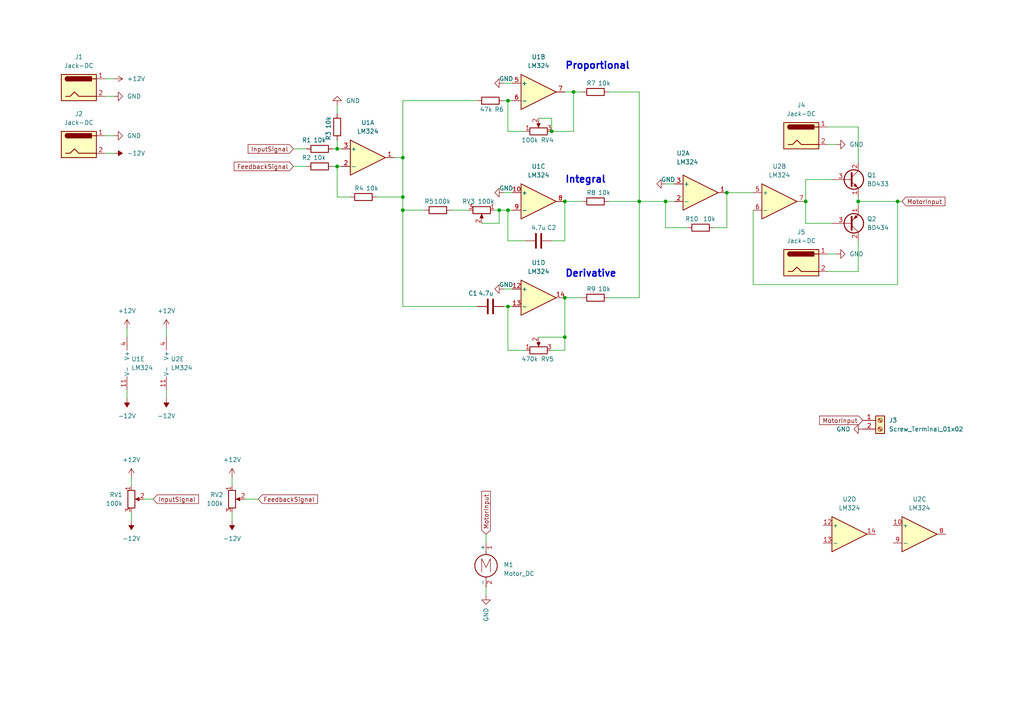
<source format=kicad_sch>
(kicad_sch (version 20211123) (generator eeschema)

  (uuid 0c658908-ad91-447c-9002-43a312c059c2)

  (paper "A4")

  (title_block
    (title "Analog PID Controller")
    (date "2022-10-15")
    (company "Radu Herzal")
    (comment 1 "Universitatea Tehnica din Cluj-Napoca")
  )

  (lib_symbols
    (symbol "Amplifier_Operational:LM324" (pin_names (offset 0.127)) (in_bom yes) (on_board yes)
      (property "Reference" "U" (id 0) (at 0 5.08 0)
        (effects (font (size 1.27 1.27)) (justify left))
      )
      (property "Value" "LM324" (id 1) (at 0 -5.08 0)
        (effects (font (size 1.27 1.27)) (justify left))
      )
      (property "Footprint" "" (id 2) (at -1.27 2.54 0)
        (effects (font (size 1.27 1.27)) hide)
      )
      (property "Datasheet" "http://www.ti.com/lit/ds/symlink/lm2902-n.pdf" (id 3) (at 1.27 5.08 0)
        (effects (font (size 1.27 1.27)) hide)
      )
      (property "ki_locked" "" (id 4) (at 0 0 0)
        (effects (font (size 1.27 1.27)))
      )
      (property "ki_keywords" "quad opamp" (id 5) (at 0 0 0)
        (effects (font (size 1.27 1.27)) hide)
      )
      (property "ki_description" "Low-Power, Quad-Operational Amplifiers, DIP-14/SOIC-14/SSOP-14" (id 6) (at 0 0 0)
        (effects (font (size 1.27 1.27)) hide)
      )
      (property "ki_fp_filters" "SOIC*3.9x8.7mm*P1.27mm* DIP*W7.62mm* TSSOP*4.4x5mm*P0.65mm* SSOP*5.3x6.2mm*P0.65mm* MSOP*3x3mm*P0.5mm*" (id 7) (at 0 0 0)
        (effects (font (size 1.27 1.27)) hide)
      )
      (symbol "LM324_1_1"
        (polyline
          (pts
            (xy -5.08 5.08)
            (xy 5.08 0)
            (xy -5.08 -5.08)
            (xy -5.08 5.08)
          )
          (stroke (width 0.254) (type default) (color 0 0 0 0))
          (fill (type background))
        )
        (pin output line (at 7.62 0 180) (length 2.54)
          (name "~" (effects (font (size 1.27 1.27))))
          (number "1" (effects (font (size 1.27 1.27))))
        )
        (pin input line (at -7.62 -2.54 0) (length 2.54)
          (name "-" (effects (font (size 1.27 1.27))))
          (number "2" (effects (font (size 1.27 1.27))))
        )
        (pin input line (at -7.62 2.54 0) (length 2.54)
          (name "+" (effects (font (size 1.27 1.27))))
          (number "3" (effects (font (size 1.27 1.27))))
        )
      )
      (symbol "LM324_2_1"
        (polyline
          (pts
            (xy -5.08 5.08)
            (xy 5.08 0)
            (xy -5.08 -5.08)
            (xy -5.08 5.08)
          )
          (stroke (width 0.254) (type default) (color 0 0 0 0))
          (fill (type background))
        )
        (pin input line (at -7.62 2.54 0) (length 2.54)
          (name "+" (effects (font (size 1.27 1.27))))
          (number "5" (effects (font (size 1.27 1.27))))
        )
        (pin input line (at -7.62 -2.54 0) (length 2.54)
          (name "-" (effects (font (size 1.27 1.27))))
          (number "6" (effects (font (size 1.27 1.27))))
        )
        (pin output line (at 7.62 0 180) (length 2.54)
          (name "~" (effects (font (size 1.27 1.27))))
          (number "7" (effects (font (size 1.27 1.27))))
        )
      )
      (symbol "LM324_3_1"
        (polyline
          (pts
            (xy -5.08 5.08)
            (xy 5.08 0)
            (xy -5.08 -5.08)
            (xy -5.08 5.08)
          )
          (stroke (width 0.254) (type default) (color 0 0 0 0))
          (fill (type background))
        )
        (pin input line (at -7.62 2.54 0) (length 2.54)
          (name "+" (effects (font (size 1.27 1.27))))
          (number "10" (effects (font (size 1.27 1.27))))
        )
        (pin output line (at 7.62 0 180) (length 2.54)
          (name "~" (effects (font (size 1.27 1.27))))
          (number "8" (effects (font (size 1.27 1.27))))
        )
        (pin input line (at -7.62 -2.54 0) (length 2.54)
          (name "-" (effects (font (size 1.27 1.27))))
          (number "9" (effects (font (size 1.27 1.27))))
        )
      )
      (symbol "LM324_4_1"
        (polyline
          (pts
            (xy -5.08 5.08)
            (xy 5.08 0)
            (xy -5.08 -5.08)
            (xy -5.08 5.08)
          )
          (stroke (width 0.254) (type default) (color 0 0 0 0))
          (fill (type background))
        )
        (pin input line (at -7.62 2.54 0) (length 2.54)
          (name "+" (effects (font (size 1.27 1.27))))
          (number "12" (effects (font (size 1.27 1.27))))
        )
        (pin input line (at -7.62 -2.54 0) (length 2.54)
          (name "-" (effects (font (size 1.27 1.27))))
          (number "13" (effects (font (size 1.27 1.27))))
        )
        (pin output line (at 7.62 0 180) (length 2.54)
          (name "~" (effects (font (size 1.27 1.27))))
          (number "14" (effects (font (size 1.27 1.27))))
        )
      )
      (symbol "LM324_5_1"
        (pin power_in line (at -2.54 -7.62 90) (length 3.81)
          (name "V-" (effects (font (size 1.27 1.27))))
          (number "11" (effects (font (size 1.27 1.27))))
        )
        (pin power_in line (at -2.54 7.62 270) (length 3.81)
          (name "V+" (effects (font (size 1.27 1.27))))
          (number "4" (effects (font (size 1.27 1.27))))
        )
      )
    )
    (symbol "Connector:Jack-DC" (pin_names (offset 1.016)) (in_bom yes) (on_board yes)
      (property "Reference" "J" (id 0) (at 0 5.334 0)
        (effects (font (size 1.27 1.27)))
      )
      (property "Value" "Jack-DC" (id 1) (at 0 -5.08 0)
        (effects (font (size 1.27 1.27)))
      )
      (property "Footprint" "" (id 2) (at 1.27 -1.016 0)
        (effects (font (size 1.27 1.27)) hide)
      )
      (property "Datasheet" "~" (id 3) (at 1.27 -1.016 0)
        (effects (font (size 1.27 1.27)) hide)
      )
      (property "ki_keywords" "DC power barrel jack connector" (id 4) (at 0 0 0)
        (effects (font (size 1.27 1.27)) hide)
      )
      (property "ki_description" "DC Barrel Jack" (id 5) (at 0 0 0)
        (effects (font (size 1.27 1.27)) hide)
      )
      (property "ki_fp_filters" "BarrelJack*" (id 6) (at 0 0 0)
        (effects (font (size 1.27 1.27)) hide)
      )
      (symbol "Jack-DC_0_1"
        (rectangle (start -5.08 3.81) (end 5.08 -3.81)
          (stroke (width 0.254) (type default) (color 0 0 0 0))
          (fill (type background))
        )
        (arc (start -3.302 3.175) (mid -3.937 2.54) (end -3.302 1.905)
          (stroke (width 0.254) (type default) (color 0 0 0 0))
          (fill (type none))
        )
        (arc (start -3.302 3.175) (mid -3.937 2.54) (end -3.302 1.905)
          (stroke (width 0.254) (type default) (color 0 0 0 0))
          (fill (type outline))
        )
        (polyline
          (pts
            (xy 5.08 2.54)
            (xy 3.81 2.54)
          )
          (stroke (width 0.254) (type default) (color 0 0 0 0))
          (fill (type none))
        )
        (polyline
          (pts
            (xy -3.81 -2.54)
            (xy -2.54 -2.54)
            (xy -1.27 -1.27)
            (xy 0 -2.54)
            (xy 2.54 -2.54)
            (xy 5.08 -2.54)
          )
          (stroke (width 0.254) (type default) (color 0 0 0 0))
          (fill (type none))
        )
        (rectangle (start 3.683 3.175) (end -3.302 1.905)
          (stroke (width 0.254) (type default) (color 0 0 0 0))
          (fill (type outline))
        )
      )
      (symbol "Jack-DC_1_1"
        (pin passive line (at 7.62 2.54 180) (length 2.54)
          (name "~" (effects (font (size 1.27 1.27))))
          (number "1" (effects (font (size 1.27 1.27))))
        )
        (pin passive line (at 7.62 -2.54 180) (length 2.54)
          (name "~" (effects (font (size 1.27 1.27))))
          (number "2" (effects (font (size 1.27 1.27))))
        )
      )
    )
    (symbol "Connector:Screw_Terminal_01x02" (pin_names (offset 1.016) hide) (in_bom yes) (on_board yes)
      (property "Reference" "J" (id 0) (at 0 2.54 0)
        (effects (font (size 1.27 1.27)))
      )
      (property "Value" "Screw_Terminal_01x02" (id 1) (at 0 -5.08 0)
        (effects (font (size 1.27 1.27)))
      )
      (property "Footprint" "" (id 2) (at 0 0 0)
        (effects (font (size 1.27 1.27)) hide)
      )
      (property "Datasheet" "~" (id 3) (at 0 0 0)
        (effects (font (size 1.27 1.27)) hide)
      )
      (property "ki_keywords" "screw terminal" (id 4) (at 0 0 0)
        (effects (font (size 1.27 1.27)) hide)
      )
      (property "ki_description" "Generic screw terminal, single row, 01x02, script generated (kicad-library-utils/schlib/autogen/connector/)" (id 5) (at 0 0 0)
        (effects (font (size 1.27 1.27)) hide)
      )
      (property "ki_fp_filters" "TerminalBlock*:*" (id 6) (at 0 0 0)
        (effects (font (size 1.27 1.27)) hide)
      )
      (symbol "Screw_Terminal_01x02_1_1"
        (rectangle (start -1.27 1.27) (end 1.27 -3.81)
          (stroke (width 0.254) (type default) (color 0 0 0 0))
          (fill (type background))
        )
        (circle (center 0 -2.54) (radius 0.635)
          (stroke (width 0.1524) (type default) (color 0 0 0 0))
          (fill (type none))
        )
        (polyline
          (pts
            (xy -0.5334 -2.2098)
            (xy 0.3302 -3.048)
          )
          (stroke (width 0.1524) (type default) (color 0 0 0 0))
          (fill (type none))
        )
        (polyline
          (pts
            (xy -0.5334 0.3302)
            (xy 0.3302 -0.508)
          )
          (stroke (width 0.1524) (type default) (color 0 0 0 0))
          (fill (type none))
        )
        (polyline
          (pts
            (xy -0.3556 -2.032)
            (xy 0.508 -2.8702)
          )
          (stroke (width 0.1524) (type default) (color 0 0 0 0))
          (fill (type none))
        )
        (polyline
          (pts
            (xy -0.3556 0.508)
            (xy 0.508 -0.3302)
          )
          (stroke (width 0.1524) (type default) (color 0 0 0 0))
          (fill (type none))
        )
        (circle (center 0 0) (radius 0.635)
          (stroke (width 0.1524) (type default) (color 0 0 0 0))
          (fill (type none))
        )
        (pin passive line (at -5.08 0 0) (length 3.81)
          (name "Pin_1" (effects (font (size 1.27 1.27))))
          (number "1" (effects (font (size 1.27 1.27))))
        )
        (pin passive line (at -5.08 -2.54 0) (length 3.81)
          (name "Pin_2" (effects (font (size 1.27 1.27))))
          (number "2" (effects (font (size 1.27 1.27))))
        )
      )
    )
    (symbol "Device:C" (pin_numbers hide) (pin_names (offset 0.254)) (in_bom yes) (on_board yes)
      (property "Reference" "C" (id 0) (at 0.635 2.54 0)
        (effects (font (size 1.27 1.27)) (justify left))
      )
      (property "Value" "C" (id 1) (at 0.635 -2.54 0)
        (effects (font (size 1.27 1.27)) (justify left))
      )
      (property "Footprint" "" (id 2) (at 0.9652 -3.81 0)
        (effects (font (size 1.27 1.27)) hide)
      )
      (property "Datasheet" "~" (id 3) (at 0 0 0)
        (effects (font (size 1.27 1.27)) hide)
      )
      (property "ki_keywords" "cap capacitor" (id 4) (at 0 0 0)
        (effects (font (size 1.27 1.27)) hide)
      )
      (property "ki_description" "Unpolarized capacitor" (id 5) (at 0 0 0)
        (effects (font (size 1.27 1.27)) hide)
      )
      (property "ki_fp_filters" "C_*" (id 6) (at 0 0 0)
        (effects (font (size 1.27 1.27)) hide)
      )
      (symbol "C_0_1"
        (polyline
          (pts
            (xy -2.032 -0.762)
            (xy 2.032 -0.762)
          )
          (stroke (width 0.508) (type default) (color 0 0 0 0))
          (fill (type none))
        )
        (polyline
          (pts
            (xy -2.032 0.762)
            (xy 2.032 0.762)
          )
          (stroke (width 0.508) (type default) (color 0 0 0 0))
          (fill (type none))
        )
      )
      (symbol "C_1_1"
        (pin passive line (at 0 3.81 270) (length 2.794)
          (name "~" (effects (font (size 1.27 1.27))))
          (number "1" (effects (font (size 1.27 1.27))))
        )
        (pin passive line (at 0 -3.81 90) (length 2.794)
          (name "~" (effects (font (size 1.27 1.27))))
          (number "2" (effects (font (size 1.27 1.27))))
        )
      )
    )
    (symbol "Device:R" (pin_numbers hide) (pin_names (offset 0)) (in_bom yes) (on_board yes)
      (property "Reference" "R" (id 0) (at 2.032 0 90)
        (effects (font (size 1.27 1.27)))
      )
      (property "Value" "R" (id 1) (at 0 0 90)
        (effects (font (size 1.27 1.27)))
      )
      (property "Footprint" "" (id 2) (at -1.778 0 90)
        (effects (font (size 1.27 1.27)) hide)
      )
      (property "Datasheet" "~" (id 3) (at 0 0 0)
        (effects (font (size 1.27 1.27)) hide)
      )
      (property "ki_keywords" "R res resistor" (id 4) (at 0 0 0)
        (effects (font (size 1.27 1.27)) hide)
      )
      (property "ki_description" "Resistor" (id 5) (at 0 0 0)
        (effects (font (size 1.27 1.27)) hide)
      )
      (property "ki_fp_filters" "R_*" (id 6) (at 0 0 0)
        (effects (font (size 1.27 1.27)) hide)
      )
      (symbol "R_0_1"
        (rectangle (start -1.016 -2.54) (end 1.016 2.54)
          (stroke (width 0.254) (type default) (color 0 0 0 0))
          (fill (type none))
        )
      )
      (symbol "R_1_1"
        (pin passive line (at 0 3.81 270) (length 1.27)
          (name "~" (effects (font (size 1.27 1.27))))
          (number "1" (effects (font (size 1.27 1.27))))
        )
        (pin passive line (at 0 -3.81 90) (length 1.27)
          (name "~" (effects (font (size 1.27 1.27))))
          (number "2" (effects (font (size 1.27 1.27))))
        )
      )
    )
    (symbol "Device:R_Potentiometer" (pin_names (offset 1.016) hide) (in_bom yes) (on_board yes)
      (property "Reference" "RV" (id 0) (at -4.445 0 90)
        (effects (font (size 1.27 1.27)))
      )
      (property "Value" "R_Potentiometer" (id 1) (at -2.54 0 90)
        (effects (font (size 1.27 1.27)))
      )
      (property "Footprint" "" (id 2) (at 0 0 0)
        (effects (font (size 1.27 1.27)) hide)
      )
      (property "Datasheet" "~" (id 3) (at 0 0 0)
        (effects (font (size 1.27 1.27)) hide)
      )
      (property "ki_keywords" "resistor variable" (id 4) (at 0 0 0)
        (effects (font (size 1.27 1.27)) hide)
      )
      (property "ki_description" "Potentiometer" (id 5) (at 0 0 0)
        (effects (font (size 1.27 1.27)) hide)
      )
      (property "ki_fp_filters" "Potentiometer*" (id 6) (at 0 0 0)
        (effects (font (size 1.27 1.27)) hide)
      )
      (symbol "R_Potentiometer_0_1"
        (polyline
          (pts
            (xy 2.54 0)
            (xy 1.524 0)
          )
          (stroke (width 0) (type default) (color 0 0 0 0))
          (fill (type none))
        )
        (polyline
          (pts
            (xy 1.143 0)
            (xy 2.286 0.508)
            (xy 2.286 -0.508)
            (xy 1.143 0)
          )
          (stroke (width 0) (type default) (color 0 0 0 0))
          (fill (type outline))
        )
        (rectangle (start 1.016 2.54) (end -1.016 -2.54)
          (stroke (width 0.254) (type default) (color 0 0 0 0))
          (fill (type none))
        )
      )
      (symbol "R_Potentiometer_1_1"
        (pin passive line (at 0 3.81 270) (length 1.27)
          (name "1" (effects (font (size 1.27 1.27))))
          (number "1" (effects (font (size 1.27 1.27))))
        )
        (pin passive line (at 3.81 0 180) (length 1.27)
          (name "2" (effects (font (size 1.27 1.27))))
          (number "2" (effects (font (size 1.27 1.27))))
        )
        (pin passive line (at 0 -3.81 90) (length 1.27)
          (name "3" (effects (font (size 1.27 1.27))))
          (number "3" (effects (font (size 1.27 1.27))))
        )
      )
    )
    (symbol "Motor:Motor_DC" (pin_names (offset 0)) (in_bom yes) (on_board yes)
      (property "Reference" "M" (id 0) (at 2.54 2.54 0)
        (effects (font (size 1.27 1.27)) (justify left))
      )
      (property "Value" "Motor_DC" (id 1) (at 2.54 -5.08 0)
        (effects (font (size 1.27 1.27)) (justify left top))
      )
      (property "Footprint" "" (id 2) (at 0 -2.286 0)
        (effects (font (size 1.27 1.27)) hide)
      )
      (property "Datasheet" "~" (id 3) (at 0 -2.286 0)
        (effects (font (size 1.27 1.27)) hide)
      )
      (property "ki_keywords" "DC Motor" (id 4) (at 0 0 0)
        (effects (font (size 1.27 1.27)) hide)
      )
      (property "ki_description" "DC Motor" (id 5) (at 0 0 0)
        (effects (font (size 1.27 1.27)) hide)
      )
      (property "ki_fp_filters" "PinHeader*P2.54mm* TerminalBlock*" (id 6) (at 0 0 0)
        (effects (font (size 1.27 1.27)) hide)
      )
      (symbol "Motor_DC_0_0"
        (polyline
          (pts
            (xy -1.27 -3.302)
            (xy -1.27 0.508)
            (xy 0 -2.032)
            (xy 1.27 0.508)
            (xy 1.27 -3.302)
          )
          (stroke (width 0) (type default) (color 0 0 0 0))
          (fill (type none))
        )
      )
      (symbol "Motor_DC_0_1"
        (circle (center 0 -1.524) (radius 3.2512)
          (stroke (width 0.254) (type default) (color 0 0 0 0))
          (fill (type none))
        )
        (polyline
          (pts
            (xy 0 -7.62)
            (xy 0 -7.112)
          )
          (stroke (width 0) (type default) (color 0 0 0 0))
          (fill (type none))
        )
        (polyline
          (pts
            (xy 0 -4.7752)
            (xy 0 -5.1816)
          )
          (stroke (width 0) (type default) (color 0 0 0 0))
          (fill (type none))
        )
        (polyline
          (pts
            (xy 0 1.7272)
            (xy 0 2.0828)
          )
          (stroke (width 0) (type default) (color 0 0 0 0))
          (fill (type none))
        )
        (polyline
          (pts
            (xy 0 2.032)
            (xy 0 2.54)
          )
          (stroke (width 0) (type default) (color 0 0 0 0))
          (fill (type none))
        )
      )
      (symbol "Motor_DC_1_1"
        (pin passive line (at 0 5.08 270) (length 2.54)
          (name "+" (effects (font (size 1.27 1.27))))
          (number "1" (effects (font (size 1.27 1.27))))
        )
        (pin passive line (at 0 -7.62 90) (length 2.54)
          (name "-" (effects (font (size 1.27 1.27))))
          (number "2" (effects (font (size 1.27 1.27))))
        )
      )
    )
    (symbol "Transistor_BJT:BD433" (pin_names (offset 0) hide) (in_bom yes) (on_board yes)
      (property "Reference" "Q" (id 0) (at 5.08 1.905 0)
        (effects (font (size 1.27 1.27)) (justify left))
      )
      (property "Value" "BD433" (id 1) (at 5.08 0 0)
        (effects (font (size 1.27 1.27)) (justify left))
      )
      (property "Footprint" "Package_TO_SOT_THT:TO-126-3_Vertical" (id 2) (at 5.08 -1.905 0)
        (effects (font (size 1.27 1.27) italic) (justify left) hide)
      )
      (property "Datasheet" "http://www.cdil.com/datasheets/bd433_42.pdf" (id 3) (at 0 0 0)
        (effects (font (size 1.27 1.27)) (justify left) hide)
      )
      (property "ki_keywords" "Power NPN Transistor" (id 4) (at 0 0 0)
        (effects (font (size 1.27 1.27)) hide)
      )
      (property "ki_description" "4A Ic, 22V Vce, Power NPN Transistor, TO-126" (id 5) (at 0 0 0)
        (effects (font (size 1.27 1.27)) hide)
      )
      (property "ki_fp_filters" "TO?126*" (id 6) (at 0 0 0)
        (effects (font (size 1.27 1.27)) hide)
      )
      (symbol "BD433_0_1"
        (polyline
          (pts
            (xy 0 0)
            (xy 0.635 0)
          )
          (stroke (width 0) (type default) (color 0 0 0 0))
          (fill (type none))
        )
        (polyline
          (pts
            (xy 2.54 -2.54)
            (xy 0.635 -0.635)
          )
          (stroke (width 0) (type default) (color 0 0 0 0))
          (fill (type none))
        )
        (polyline
          (pts
            (xy 2.54 2.54)
            (xy 0.635 0.635)
          )
          (stroke (width 0) (type default) (color 0 0 0 0))
          (fill (type none))
        )
        (polyline
          (pts
            (xy 0.635 1.905)
            (xy 0.635 -1.905)
            (xy 0.635 -1.905)
          )
          (stroke (width 0.508) (type default) (color 0 0 0 0))
          (fill (type outline))
        )
        (polyline
          (pts
            (xy 1.2446 -1.778)
            (xy 1.7526 -1.27)
            (xy 2.286 -2.286)
            (xy 1.2446 -1.778)
            (xy 1.2446 -1.778)
          )
          (stroke (width 0) (type default) (color 0 0 0 0))
          (fill (type outline))
        )
        (circle (center 1.27 0) (radius 2.8194)
          (stroke (width 0.3048) (type default) (color 0 0 0 0))
          (fill (type none))
        )
      )
      (symbol "BD433_1_1"
        (pin passive line (at 2.54 -5.08 90) (length 2.54)
          (name "E" (effects (font (size 1.27 1.27))))
          (number "1" (effects (font (size 1.27 1.27))))
        )
        (pin passive line (at 2.54 5.08 270) (length 2.54)
          (name "C" (effects (font (size 1.27 1.27))))
          (number "2" (effects (font (size 1.27 1.27))))
        )
        (pin input line (at -5.08 0 0) (length 5.08)
          (name "B" (effects (font (size 1.27 1.27))))
          (number "3" (effects (font (size 1.27 1.27))))
        )
      )
    )
    (symbol "Transistor_BJT:BD434" (pin_names (offset 0) hide) (in_bom yes) (on_board yes)
      (property "Reference" "Q" (id 0) (at 5.08 1.905 0)
        (effects (font (size 1.27 1.27)) (justify left))
      )
      (property "Value" "BD434" (id 1) (at 5.08 0 0)
        (effects (font (size 1.27 1.27)) (justify left))
      )
      (property "Footprint" "Package_TO_SOT_THT:TO-126-3_Vertical" (id 2) (at 5.08 -1.905 0)
        (effects (font (size 1.27 1.27) italic) (justify left) hide)
      )
      (property "Datasheet" "http://www.cdil.com/datasheets/bd433_42.pdf" (id 3) (at 0 0 0)
        (effects (font (size 1.27 1.27)) (justify left) hide)
      )
      (property "ki_keywords" "Power PNP Transistor" (id 4) (at 0 0 0)
        (effects (font (size 1.27 1.27)) hide)
      )
      (property "ki_description" "4A Ic, 22V Vce, Power PNP Transistor, TO-126" (id 5) (at 0 0 0)
        (effects (font (size 1.27 1.27)) hide)
      )
      (property "ki_fp_filters" "TO?126*" (id 6) (at 0 0 0)
        (effects (font (size 1.27 1.27)) hide)
      )
      (symbol "BD434_0_1"
        (polyline
          (pts
            (xy 0 0)
            (xy 0.635 0)
          )
          (stroke (width 0) (type default) (color 0 0 0 0))
          (fill (type none))
        )
        (polyline
          (pts
            (xy 2.54 -2.54)
            (xy 0.635 -0.635)
          )
          (stroke (width 0) (type default) (color 0 0 0 0))
          (fill (type none))
        )
        (polyline
          (pts
            (xy 2.54 2.54)
            (xy 0.635 0.635)
          )
          (stroke (width 0) (type default) (color 0 0 0 0))
          (fill (type none))
        )
        (polyline
          (pts
            (xy 0.635 1.905)
            (xy 0.635 -1.905)
            (xy 0.635 -1.905)
          )
          (stroke (width 0.508) (type default) (color 0 0 0 0))
          (fill (type outline))
        )
        (polyline
          (pts
            (xy 2.3114 -1.778)
            (xy 1.8034 -2.286)
            (xy 1.27 -1.27)
            (xy 2.3114 -1.778)
            (xy 2.3114 -1.778)
          )
          (stroke (width 0) (type default) (color 0 0 0 0))
          (fill (type outline))
        )
        (circle (center 1.27 0) (radius 2.8194)
          (stroke (width 0.3048) (type default) (color 0 0 0 0))
          (fill (type none))
        )
      )
      (symbol "BD434_1_1"
        (pin passive line (at 2.54 -5.08 90) (length 2.54)
          (name "E" (effects (font (size 1.27 1.27))))
          (number "1" (effects (font (size 1.27 1.27))))
        )
        (pin passive line (at 2.54 5.08 270) (length 2.54)
          (name "C" (effects (font (size 1.27 1.27))))
          (number "2" (effects (font (size 1.27 1.27))))
        )
        (pin input line (at -5.08 0 0) (length 5.08)
          (name "B" (effects (font (size 1.27 1.27))))
          (number "3" (effects (font (size 1.27 1.27))))
        )
      )
    )
    (symbol "power:+12V" (power) (pin_names (offset 0)) (in_bom yes) (on_board yes)
      (property "Reference" "#PWR" (id 0) (at 0 -3.81 0)
        (effects (font (size 1.27 1.27)) hide)
      )
      (property "Value" "+12V" (id 1) (at 0 3.556 0)
        (effects (font (size 1.27 1.27)))
      )
      (property "Footprint" "" (id 2) (at 0 0 0)
        (effects (font (size 1.27 1.27)) hide)
      )
      (property "Datasheet" "" (id 3) (at 0 0 0)
        (effects (font (size 1.27 1.27)) hide)
      )
      (property "ki_keywords" "power-flag" (id 4) (at 0 0 0)
        (effects (font (size 1.27 1.27)) hide)
      )
      (property "ki_description" "Power symbol creates a global label with name \"+12V\"" (id 5) (at 0 0 0)
        (effects (font (size 1.27 1.27)) hide)
      )
      (symbol "+12V_0_1"
        (polyline
          (pts
            (xy -0.762 1.27)
            (xy 0 2.54)
          )
          (stroke (width 0) (type default) (color 0 0 0 0))
          (fill (type none))
        )
        (polyline
          (pts
            (xy 0 0)
            (xy 0 2.54)
          )
          (stroke (width 0) (type default) (color 0 0 0 0))
          (fill (type none))
        )
        (polyline
          (pts
            (xy 0 2.54)
            (xy 0.762 1.27)
          )
          (stroke (width 0) (type default) (color 0 0 0 0))
          (fill (type none))
        )
      )
      (symbol "+12V_1_1"
        (pin power_in line (at 0 0 90) (length 0) hide
          (name "+12V" (effects (font (size 1.27 1.27))))
          (number "1" (effects (font (size 1.27 1.27))))
        )
      )
    )
    (symbol "power:-12V" (power) (pin_names (offset 0)) (in_bom yes) (on_board yes)
      (property "Reference" "#PWR" (id 0) (at 0 2.54 0)
        (effects (font (size 1.27 1.27)) hide)
      )
      (property "Value" "-12V" (id 1) (at 0 3.81 0)
        (effects (font (size 1.27 1.27)))
      )
      (property "Footprint" "" (id 2) (at 0 0 0)
        (effects (font (size 1.27 1.27)) hide)
      )
      (property "Datasheet" "" (id 3) (at 0 0 0)
        (effects (font (size 1.27 1.27)) hide)
      )
      (property "ki_keywords" "power-flag" (id 4) (at 0 0 0)
        (effects (font (size 1.27 1.27)) hide)
      )
      (property "ki_description" "Power symbol creates a global label with name \"-12V\"" (id 5) (at 0 0 0)
        (effects (font (size 1.27 1.27)) hide)
      )
      (symbol "-12V_0_0"
        (pin power_in line (at 0 0 90) (length 0) hide
          (name "-12V" (effects (font (size 1.27 1.27))))
          (number "1" (effects (font (size 1.27 1.27))))
        )
      )
      (symbol "-12V_0_1"
        (polyline
          (pts
            (xy 0 0)
            (xy 0 1.27)
            (xy 0.762 1.27)
            (xy 0 2.54)
            (xy -0.762 1.27)
            (xy 0 1.27)
          )
          (stroke (width 0) (type default) (color 0 0 0 0))
          (fill (type outline))
        )
      )
    )
    (symbol "power:GND" (power) (pin_names (offset 0)) (in_bom yes) (on_board yes)
      (property "Reference" "#PWR" (id 0) (at 0 -6.35 0)
        (effects (font (size 1.27 1.27)) hide)
      )
      (property "Value" "GND" (id 1) (at 0 -3.81 0)
        (effects (font (size 1.27 1.27)))
      )
      (property "Footprint" "" (id 2) (at 0 0 0)
        (effects (font (size 1.27 1.27)) hide)
      )
      (property "Datasheet" "" (id 3) (at 0 0 0)
        (effects (font (size 1.27 1.27)) hide)
      )
      (property "ki_keywords" "power-flag" (id 4) (at 0 0 0)
        (effects (font (size 1.27 1.27)) hide)
      )
      (property "ki_description" "Power symbol creates a global label with name \"GND\" , ground" (id 5) (at 0 0 0)
        (effects (font (size 1.27 1.27)) hide)
      )
      (symbol "GND_0_1"
        (polyline
          (pts
            (xy 0 0)
            (xy 0 -1.27)
            (xy 1.27 -1.27)
            (xy 0 -2.54)
            (xy -1.27 -1.27)
            (xy 0 -1.27)
          )
          (stroke (width 0) (type default) (color 0 0 0 0))
          (fill (type none))
        )
      )
      (symbol "GND_1_1"
        (pin power_in line (at 0 0 270) (length 0) hide
          (name "GND" (effects (font (size 1.27 1.27))))
          (number "1" (effects (font (size 1.27 1.27))))
        )
      )
    )
  )

  (junction (at 144.78 60.96) (diameter 0) (color 0 0 0 0)
    (uuid 0fc88ab6-c4fd-4155-ade0-7882fd93892a)
  )
  (junction (at 260.35 58.42) (diameter 0) (color 0 0 0 0)
    (uuid 1267f4e4-845c-42b0-a275-2fffbff3f1f5)
  )
  (junction (at 97.79 43.18) (diameter 0) (color 0 0 0 0)
    (uuid 26493af2-e7fe-49bd-af7c-9708f0ebe5f4)
  )
  (junction (at 163.83 97.79) (diameter 0) (color 0 0 0 0)
    (uuid 3d2861a4-209c-4856-9230-7a2e678eb97e)
  )
  (junction (at 163.83 86.36) (diameter 0) (color 0 0 0 0)
    (uuid 4defb70d-e118-4653-a2f7-645078b0d632)
  )
  (junction (at 233.68 58.42) (diameter 0) (color 0 0 0 0)
    (uuid 514fe2cf-857a-41ae-8fb8-d3c2bbe783f3)
  )
  (junction (at 147.32 60.96) (diameter 0) (color 0 0 0 0)
    (uuid 544b0a13-fc82-49f1-b48e-8d4b63342f4f)
  )
  (junction (at 163.83 58.42) (diameter 0) (color 0 0 0 0)
    (uuid 658ca522-8411-48a7-8773-d09e83f2c876)
  )
  (junction (at 147.32 29.21) (diameter 0) (color 0 0 0 0)
    (uuid 6639d2f1-e6f4-467e-840c-cdc355e55368)
  )
  (junction (at 160.02 38.1) (diameter 0) (color 0 0 0 0)
    (uuid 75146a51-6d87-41ea-a3d2-27a1efbb6702)
  )
  (junction (at 147.32 88.9) (diameter 0) (color 0 0 0 0)
    (uuid 84819189-d031-4f11-ba22-5b8fc2641611)
  )
  (junction (at 97.79 48.26) (diameter 0) (color 0 0 0 0)
    (uuid a08a997c-8f6a-45a7-806e-21e18eea9abb)
  )
  (junction (at 185.42 58.42) (diameter 0) (color 0 0 0 0)
    (uuid a32659f9-6ea2-47ce-9bf5-7335e8b604c0)
  )
  (junction (at 116.84 57.15) (diameter 0) (color 0 0 0 0)
    (uuid aeda1078-2e27-4d6f-be1c-c9204cf97da8)
  )
  (junction (at 193.04 58.42) (diameter 0) (color 0 0 0 0)
    (uuid bb149713-f268-41ea-bdf4-9bd09d471e87)
  )
  (junction (at 210.82 55.88) (diameter 0) (color 0 0 0 0)
    (uuid be32fde8-da4c-4262-b03e-fd7291006b5d)
  )
  (junction (at 248.92 58.42) (diameter 0) (color 0 0 0 0)
    (uuid bf7fc082-d433-4dcc-a74c-932c8a9cda98)
  )
  (junction (at 116.84 60.96) (diameter 0) (color 0 0 0 0)
    (uuid c7085064-34ce-4d5f-b051-2ba488172459)
  )
  (junction (at 116.84 45.72) (diameter 0) (color 0 0 0 0)
    (uuid fa262e87-8fef-4b36-a4c6-d0a834761a5f)
  )
  (junction (at 166.37 26.67) (diameter 0) (color 0 0 0 0)
    (uuid fe707576-6f9f-4c39-ae2c-cffc17045591)
  )

  (wire (pts (xy 241.3 52.07) (xy 233.68 52.07))
    (stroke (width 0) (type default) (color 0 0 0 0))
    (uuid 0332cc91-60e8-4168-ae93-831e17ca0fa2)
  )
  (wire (pts (xy 163.83 97.79) (xy 163.83 86.36))
    (stroke (width 0) (type default) (color 0 0 0 0))
    (uuid 0694e991-df87-403f-94a5-2f5bfd2d0fca)
  )
  (wire (pts (xy 139.7 64.77) (xy 144.78 64.77))
    (stroke (width 0) (type default) (color 0 0 0 0))
    (uuid 06ea7cae-3478-435c-9090-1421586f11ac)
  )
  (wire (pts (xy 147.32 101.6) (xy 147.32 88.9))
    (stroke (width 0) (type default) (color 0 0 0 0))
    (uuid 0896a81b-caa0-4aa0-9715-bb32ee86f84b)
  )
  (wire (pts (xy 160.02 69.85) (xy 163.83 69.85))
    (stroke (width 0) (type default) (color 0 0 0 0))
    (uuid 09c3e70a-e8d3-4b2d-9e16-cd7cbfb9fd25)
  )
  (wire (pts (xy 260.35 82.55) (xy 260.35 58.42))
    (stroke (width 0) (type default) (color 0 0 0 0))
    (uuid 0c0678ca-c906-4c0f-afe3-551a5fc846b7)
  )
  (wire (pts (xy 210.82 55.88) (xy 218.44 55.88))
    (stroke (width 0) (type default) (color 0 0 0 0))
    (uuid 220567d8-3c0d-4b38-adc8-bc3517d61131)
  )
  (wire (pts (xy 193.04 66.04) (xy 193.04 58.42))
    (stroke (width 0) (type default) (color 0 0 0 0))
    (uuid 2b766abc-00ad-40e5-84f5-dda81b3c0293)
  )
  (wire (pts (xy 85.09 48.26) (xy 88.9 48.26))
    (stroke (width 0) (type default) (color 0 0 0 0))
    (uuid 2e080c5f-6ad7-49ed-8820-262c2d1dafbd)
  )
  (wire (pts (xy 163.83 86.36) (xy 168.91 86.36))
    (stroke (width 0) (type default) (color 0 0 0 0))
    (uuid 35d52ab6-a64c-4ee6-bda2-9c511a05ec80)
  )
  (wire (pts (xy 138.43 88.9) (xy 116.84 88.9))
    (stroke (width 0) (type default) (color 0 0 0 0))
    (uuid 3ca619c9-d9f3-4472-b8e7-74e73adfc24e)
  )
  (wire (pts (xy 152.4 38.1) (xy 147.32 38.1))
    (stroke (width 0) (type default) (color 0 0 0 0))
    (uuid 3f75cd34-c5e6-4a4e-b14d-3d1b811da8db)
  )
  (wire (pts (xy 240.03 41.91) (xy 242.57 41.91))
    (stroke (width 0) (type default) (color 0 0 0 0))
    (uuid 4240315a-097e-46ce-8738-60c34b435563)
  )
  (wire (pts (xy 146.05 88.9) (xy 147.32 88.9))
    (stroke (width 0) (type default) (color 0 0 0 0))
    (uuid 425fade2-22e8-425d-b8b7-5f26f5642b49)
  )
  (wire (pts (xy 248.92 36.83) (xy 248.92 46.99))
    (stroke (width 0) (type default) (color 0 0 0 0))
    (uuid 42cb2abb-2a5e-4583-9d7b-1f34191b4b05)
  )
  (wire (pts (xy 109.22 57.15) (xy 116.84 57.15))
    (stroke (width 0) (type default) (color 0 0 0 0))
    (uuid 456f1f3f-04bf-40f2-ba42-fb7e6d043af1)
  )
  (wire (pts (xy 176.53 58.42) (xy 185.42 58.42))
    (stroke (width 0) (type default) (color 0 0 0 0))
    (uuid 49871dcb-fdb6-4bc4-bbf5-5e1f7d7f13fb)
  )
  (wire (pts (xy 97.79 30.48) (xy 97.79 33.02))
    (stroke (width 0) (type default) (color 0 0 0 0))
    (uuid 4b7cf534-2fcb-452b-9846-1bd032ab4f3e)
  )
  (wire (pts (xy 140.97 154.94) (xy 140.97 157.48))
    (stroke (width 0) (type default) (color 0 0 0 0))
    (uuid 4bca25db-01a4-4183-ab0c-79c49e074c4e)
  )
  (wire (pts (xy 38.1 148.59) (xy 38.1 151.13))
    (stroke (width 0) (type default) (color 0 0 0 0))
    (uuid 4eda618e-6102-4cdd-8045-c3d65bfe8c41)
  )
  (wire (pts (xy 146.05 83.82) (xy 148.59 83.82))
    (stroke (width 0) (type default) (color 0 0 0 0))
    (uuid 4f421c67-fa69-4be8-a457-2c9ef45657dd)
  )
  (wire (pts (xy 248.92 58.42) (xy 248.92 59.69))
    (stroke (width 0) (type default) (color 0 0 0 0))
    (uuid 4f8e327f-2e68-478e-b8b0-28fb0b19a34b)
  )
  (wire (pts (xy 152.4 101.6) (xy 147.32 101.6))
    (stroke (width 0) (type default) (color 0 0 0 0))
    (uuid 5331326d-376b-45e7-9315-ed7284b5625c)
  )
  (wire (pts (xy 248.92 57.15) (xy 248.92 58.42))
    (stroke (width 0) (type default) (color 0 0 0 0))
    (uuid 53de6e57-1eaf-47de-9cd3-75cf068517f6)
  )
  (wire (pts (xy 147.32 88.9) (xy 148.59 88.9))
    (stroke (width 0) (type default) (color 0 0 0 0))
    (uuid 56b740d3-ef90-4cec-834a-48e7a972342d)
  )
  (wire (pts (xy 146.05 55.88) (xy 148.59 55.88))
    (stroke (width 0) (type default) (color 0 0 0 0))
    (uuid 56ba8889-3ebc-40f5-ac4c-f6d7a3f543e3)
  )
  (wire (pts (xy 140.97 170.18) (xy 140.97 172.72))
    (stroke (width 0) (type default) (color 0 0 0 0))
    (uuid 57dd2645-526e-475b-9e91-cf6934b49d46)
  )
  (wire (pts (xy 97.79 57.15) (xy 97.79 48.26))
    (stroke (width 0) (type default) (color 0 0 0 0))
    (uuid 595d678b-2992-4990-850e-ec614ad56f91)
  )
  (wire (pts (xy 116.84 45.72) (xy 116.84 57.15))
    (stroke (width 0) (type default) (color 0 0 0 0))
    (uuid 5a2bc810-7a1c-4ca1-9b8d-baeb4a792e2b)
  )
  (wire (pts (xy 138.43 29.21) (xy 116.84 29.21))
    (stroke (width 0) (type default) (color 0 0 0 0))
    (uuid 5a9f98e1-b1dd-4173-b1e3-ebf7440f2bdd)
  )
  (wire (pts (xy 123.19 60.96) (xy 116.84 60.96))
    (stroke (width 0) (type default) (color 0 0 0 0))
    (uuid 5b34b201-4606-46be-aabd-03db329091b8)
  )
  (wire (pts (xy 147.32 29.21) (xy 148.59 29.21))
    (stroke (width 0) (type default) (color 0 0 0 0))
    (uuid 5b96c46f-8b46-46b7-928d-9c1149ce19f9)
  )
  (wire (pts (xy 156.21 97.79) (xy 163.83 97.79))
    (stroke (width 0) (type default) (color 0 0 0 0))
    (uuid 5c471970-b2c9-4ff0-ae38-455e2fc20f81)
  )
  (wire (pts (xy 147.32 38.1) (xy 147.32 29.21))
    (stroke (width 0) (type default) (color 0 0 0 0))
    (uuid 5e123b05-7dfb-4803-a010-bc3131ab00a5)
  )
  (wire (pts (xy 130.81 60.96) (xy 135.89 60.96))
    (stroke (width 0) (type default) (color 0 0 0 0))
    (uuid 5f9e0eaa-3df0-41ee-af40-b2bcb150680d)
  )
  (wire (pts (xy 97.79 43.18) (xy 99.06 43.18))
    (stroke (width 0) (type default) (color 0 0 0 0))
    (uuid 6116351a-1e93-4f3f-8dab-0b7c0663dd3d)
  )
  (wire (pts (xy 163.83 69.85) (xy 163.83 58.42))
    (stroke (width 0) (type default) (color 0 0 0 0))
    (uuid 617fe6ea-ec01-4201-935e-9ecaf36d515e)
  )
  (wire (pts (xy 240.03 78.74) (xy 248.92 78.74))
    (stroke (width 0) (type default) (color 0 0 0 0))
    (uuid 65ff5a05-a555-4feb-a568-1babcc2a523d)
  )
  (wire (pts (xy 163.83 58.42) (xy 168.91 58.42))
    (stroke (width 0) (type default) (color 0 0 0 0))
    (uuid 6709fff1-3360-404c-b28f-11c1e21174ca)
  )
  (wire (pts (xy 30.48 44.45) (xy 33.02 44.45))
    (stroke (width 0) (type default) (color 0 0 0 0))
    (uuid 6a5a00ea-6ddb-4bd4-b3ef-7f383c54ca26)
  )
  (wire (pts (xy 97.79 48.26) (xy 99.06 48.26))
    (stroke (width 0) (type default) (color 0 0 0 0))
    (uuid 6c996ac4-d194-48f0-9b02-9f8f30cc0e77)
  )
  (wire (pts (xy 67.31 138.43) (xy 67.31 140.97))
    (stroke (width 0) (type default) (color 0 0 0 0))
    (uuid 6e4d1cc5-f442-4513-9c16-ef3c7557850f)
  )
  (wire (pts (xy 163.83 101.6) (xy 163.83 97.79))
    (stroke (width 0) (type default) (color 0 0 0 0))
    (uuid 7136b060-96ed-4177-a1b4-3a9b9afac9bc)
  )
  (wire (pts (xy 160.02 101.6) (xy 163.83 101.6))
    (stroke (width 0) (type default) (color 0 0 0 0))
    (uuid 79340f29-46a9-48a4-b56d-7f8f2197b2aa)
  )
  (wire (pts (xy 116.84 29.21) (xy 116.84 45.72))
    (stroke (width 0) (type default) (color 0 0 0 0))
    (uuid 79b2f899-904e-4d74-9a9d-0a21b3754d1e)
  )
  (wire (pts (xy 144.78 60.96) (xy 147.32 60.96))
    (stroke (width 0) (type default) (color 0 0 0 0))
    (uuid 7b6f9c6c-15e1-43c9-b0e0-1b3b6d97cc0c)
  )
  (wire (pts (xy 41.91 144.78) (xy 44.45 144.78))
    (stroke (width 0) (type default) (color 0 0 0 0))
    (uuid 80116feb-71c8-4b29-95c6-9241e45a217d)
  )
  (wire (pts (xy 143.51 60.96) (xy 144.78 60.96))
    (stroke (width 0) (type default) (color 0 0 0 0))
    (uuid 84cb34b2-1246-4ee7-9bea-d53e5972c92f)
  )
  (wire (pts (xy 48.26 113.03) (xy 48.26 115.57))
    (stroke (width 0) (type default) (color 0 0 0 0))
    (uuid 898ae896-10dd-4657-9d49-adf266891f8f)
  )
  (wire (pts (xy 218.44 60.96) (xy 218.44 82.55))
    (stroke (width 0) (type default) (color 0 0 0 0))
    (uuid 8b47c652-3084-4ef3-a4d8-a7f61b3a8ac7)
  )
  (wire (pts (xy 48.26 95.25) (xy 48.26 97.79))
    (stroke (width 0) (type default) (color 0 0 0 0))
    (uuid 8e5199f8-4c25-4907-8b07-2ba40d0f63b6)
  )
  (wire (pts (xy 116.84 88.9) (xy 116.84 60.96))
    (stroke (width 0) (type default) (color 0 0 0 0))
    (uuid 8f0f491d-b953-486c-b827-9a97fc886796)
  )
  (wire (pts (xy 96.52 43.18) (xy 97.79 43.18))
    (stroke (width 0) (type default) (color 0 0 0 0))
    (uuid 8fa8af8b-d01b-41e8-a67b-f379f766d5dd)
  )
  (wire (pts (xy 210.82 66.04) (xy 210.82 55.88))
    (stroke (width 0) (type default) (color 0 0 0 0))
    (uuid 9079047d-2314-4a1d-b267-b608ea46ad78)
  )
  (wire (pts (xy 248.92 58.42) (xy 260.35 58.42))
    (stroke (width 0) (type default) (color 0 0 0 0))
    (uuid 93d9f6ab-1646-4e26-bdbc-b1bf26e8a5b4)
  )
  (wire (pts (xy 207.01 66.04) (xy 210.82 66.04))
    (stroke (width 0) (type default) (color 0 0 0 0))
    (uuid 98a93066-ea58-41d5-b858-892a9a4310e7)
  )
  (wire (pts (xy 260.35 58.42) (xy 261.62 58.42))
    (stroke (width 0) (type default) (color 0 0 0 0))
    (uuid 9a4d72b5-f1ae-4810-8875-58ea355afc5b)
  )
  (wire (pts (xy 144.78 64.77) (xy 144.78 60.96))
    (stroke (width 0) (type default) (color 0 0 0 0))
    (uuid 9c33d697-0baa-4ad4-880b-3ef681a89e47)
  )
  (wire (pts (xy 116.84 45.72) (xy 114.3 45.72))
    (stroke (width 0) (type default) (color 0 0 0 0))
    (uuid 9eb7dda2-0c88-4159-a0f8-afcfa383bed7)
  )
  (wire (pts (xy 218.44 82.55) (xy 260.35 82.55))
    (stroke (width 0) (type default) (color 0 0 0 0))
    (uuid a35e0873-b59b-4d08-a282-769969d46c15)
  )
  (wire (pts (xy 36.83 95.25) (xy 36.83 97.79))
    (stroke (width 0) (type default) (color 0 0 0 0))
    (uuid a476361c-0d6a-4487-9e5d-41c2b3d9e7f7)
  )
  (wire (pts (xy 241.3 64.77) (xy 233.68 64.77))
    (stroke (width 0) (type default) (color 0 0 0 0))
    (uuid a5dff43b-950c-44df-b81b-7a38b4c6d563)
  )
  (wire (pts (xy 233.68 52.07) (xy 233.68 58.42))
    (stroke (width 0) (type default) (color 0 0 0 0))
    (uuid a6a47089-abf6-46b7-92f3-5d1c8ffd5896)
  )
  (wire (pts (xy 67.31 148.59) (xy 67.31 151.13))
    (stroke (width 0) (type default) (color 0 0 0 0))
    (uuid acd47bf1-124e-429a-a31f-6c7114353600)
  )
  (wire (pts (xy 233.68 64.77) (xy 233.68 58.42))
    (stroke (width 0) (type default) (color 0 0 0 0))
    (uuid ae88085e-b45c-4f2c-b05f-8c0c107bad72)
  )
  (wire (pts (xy 163.83 26.67) (xy 166.37 26.67))
    (stroke (width 0) (type default) (color 0 0 0 0))
    (uuid b051c550-62a3-4054-8d52-be8623e89651)
  )
  (wire (pts (xy 101.6 57.15) (xy 97.79 57.15))
    (stroke (width 0) (type default) (color 0 0 0 0))
    (uuid b18f9a54-1e93-4033-8cb9-a44a4cff2761)
  )
  (wire (pts (xy 30.48 22.86) (xy 33.02 22.86))
    (stroke (width 0) (type default) (color 0 0 0 0))
    (uuid b48540e1-4c95-45a8-a898-b41cc641d109)
  )
  (wire (pts (xy 152.4 69.85) (xy 147.32 69.85))
    (stroke (width 0) (type default) (color 0 0 0 0))
    (uuid b6b18cac-cef7-4ebc-bf62-d2775efa6ce1)
  )
  (wire (pts (xy 185.42 58.42) (xy 193.04 58.42))
    (stroke (width 0) (type default) (color 0 0 0 0))
    (uuid b75acfa6-3a72-479c-9cdf-5cc084f26f3c)
  )
  (wire (pts (xy 193.04 53.34) (xy 195.58 53.34))
    (stroke (width 0) (type default) (color 0 0 0 0))
    (uuid b7713f11-08be-45cb-ad81-63595c5a828f)
  )
  (wire (pts (xy 166.37 38.1) (xy 166.37 26.67))
    (stroke (width 0) (type default) (color 0 0 0 0))
    (uuid b881df2a-aa0f-423e-b888-4c3e7bd4bb42)
  )
  (wire (pts (xy 160.02 34.29) (xy 160.02 38.1))
    (stroke (width 0) (type default) (color 0 0 0 0))
    (uuid ba5e5ea8-bd6b-4656-917d-618acc16f19b)
  )
  (wire (pts (xy 176.53 26.67) (xy 185.42 26.67))
    (stroke (width 0) (type default) (color 0 0 0 0))
    (uuid bcffbbf1-e83e-4785-abb6-1cd5d2a896f7)
  )
  (wire (pts (xy 96.52 48.26) (xy 97.79 48.26))
    (stroke (width 0) (type default) (color 0 0 0 0))
    (uuid ccecc4f5-103d-4a29-9fdd-16bd279e0ee7)
  )
  (wire (pts (xy 199.39 66.04) (xy 193.04 66.04))
    (stroke (width 0) (type default) (color 0 0 0 0))
    (uuid d02fa08b-3771-47e5-b209-c1834104d742)
  )
  (wire (pts (xy 240.03 36.83) (xy 248.92 36.83))
    (stroke (width 0) (type default) (color 0 0 0 0))
    (uuid d089423f-e330-482e-ac94-92a08a2f4214)
  )
  (wire (pts (xy 30.48 39.37) (xy 33.02 39.37))
    (stroke (width 0) (type default) (color 0 0 0 0))
    (uuid d2360106-7ae9-4b5a-a5d5-5e0c16f6d6d4)
  )
  (wire (pts (xy 176.53 86.36) (xy 185.42 86.36))
    (stroke (width 0) (type default) (color 0 0 0 0))
    (uuid d56753d9-908b-4805-b38a-0e8eabbc78e2)
  )
  (wire (pts (xy 185.42 86.36) (xy 185.42 58.42))
    (stroke (width 0) (type default) (color 0 0 0 0))
    (uuid d5ad6072-c6d0-47ff-8838-367b0febef82)
  )
  (wire (pts (xy 193.04 58.42) (xy 195.58 58.42))
    (stroke (width 0) (type default) (color 0 0 0 0))
    (uuid d7497e18-9068-4f66-b2dc-33517d5b6f0f)
  )
  (wire (pts (xy 38.1 138.43) (xy 38.1 140.97))
    (stroke (width 0) (type default) (color 0 0 0 0))
    (uuid d7600d4f-61ec-430a-94e5-a26b7a98e198)
  )
  (wire (pts (xy 248.92 69.85) (xy 248.92 78.74))
    (stroke (width 0) (type default) (color 0 0 0 0))
    (uuid d93b24ae-5b5c-438a-b6e1-9f3584bbb7a8)
  )
  (wire (pts (xy 146.05 29.21) (xy 147.32 29.21))
    (stroke (width 0) (type default) (color 0 0 0 0))
    (uuid dd17b9b2-a980-4a97-a6b0-01c11933c9ad)
  )
  (wire (pts (xy 36.83 113.03) (xy 36.83 115.57))
    (stroke (width 0) (type default) (color 0 0 0 0))
    (uuid de9bf37c-80d9-4331-96ac-447af1ce471d)
  )
  (wire (pts (xy 240.03 73.66) (xy 242.57 73.66))
    (stroke (width 0) (type default) (color 0 0 0 0))
    (uuid decf33fc-2062-49b6-9de3-ccaaf6402f74)
  )
  (wire (pts (xy 147.32 69.85) (xy 147.32 60.96))
    (stroke (width 0) (type default) (color 0 0 0 0))
    (uuid df12f986-57a4-4b6f-953d-45dadf79d39f)
  )
  (wire (pts (xy 116.84 57.15) (xy 116.84 60.96))
    (stroke (width 0) (type default) (color 0 0 0 0))
    (uuid dfcbf7a3-e932-4d8b-a86b-5dc44d5527a4)
  )
  (wire (pts (xy 97.79 40.64) (xy 97.79 43.18))
    (stroke (width 0) (type default) (color 0 0 0 0))
    (uuid e35af258-1aff-451f-8bb6-90ccb2694321)
  )
  (wire (pts (xy 185.42 26.67) (xy 185.42 58.42))
    (stroke (width 0) (type default) (color 0 0 0 0))
    (uuid e534ed04-6047-45e8-943a-355c07cb8237)
  )
  (wire (pts (xy 71.12 144.78) (xy 74.93 144.78))
    (stroke (width 0) (type default) (color 0 0 0 0))
    (uuid e5940e9f-bdc8-43e5-81ec-fcd6a9945e59)
  )
  (wire (pts (xy 146.05 24.13) (xy 148.59 24.13))
    (stroke (width 0) (type default) (color 0 0 0 0))
    (uuid f267747e-0871-4f26-a2f5-190478043029)
  )
  (wire (pts (xy 30.48 27.94) (xy 33.02 27.94))
    (stroke (width 0) (type default) (color 0 0 0 0))
    (uuid f70da274-f342-47e2-8bb9-0f942227b00f)
  )
  (wire (pts (xy 160.02 38.1) (xy 166.37 38.1))
    (stroke (width 0) (type default) (color 0 0 0 0))
    (uuid f8c3a913-e806-4ade-9c1b-561db41eb09e)
  )
  (wire (pts (xy 166.37 26.67) (xy 168.91 26.67))
    (stroke (width 0) (type default) (color 0 0 0 0))
    (uuid f8ebb914-4847-40b7-a7de-b75a5b238efc)
  )
  (wire (pts (xy 85.09 43.18) (xy 88.9 43.18))
    (stroke (width 0) (type default) (color 0 0 0 0))
    (uuid f94b5737-4142-46bc-9b15-6178717028c8)
  )
  (wire (pts (xy 156.21 34.29) (xy 160.02 34.29))
    (stroke (width 0) (type default) (color 0 0 0 0))
    (uuid fe9242d5-2d3a-4250-8877-2705cd8e577e)
  )
  (wire (pts (xy 147.32 60.96) (xy 148.59 60.96))
    (stroke (width 0) (type default) (color 0 0 0 0))
    (uuid ff9e6a02-5cb5-4dec-834b-9be65db5196b)
  )

  (text "Proportional\n" (at 163.83 20.32 0)
    (effects (font (size 2 2) (thickness 0.4) bold) (justify left bottom))
    (uuid 13de3757-3707-48fe-9fe8-6dceb4a19188)
  )
  (text "Integral\n" (at 163.83 53.34 0)
    (effects (font (size 2 2) (thickness 0.4) bold) (justify left bottom))
    (uuid 3e096ca1-0240-4211-945c-53352867413d)
  )
  (text "Derivative\n\n" (at 163.83 83.82 0)
    (effects (font (size 2 2) (thickness 0.4) bold) (justify left bottom))
    (uuid 60639e09-d248-4c07-8aec-07187208b1bc)
  )

  (global_label "InputSignal" (shape input) (at 44.45 144.78 0) (fields_autoplaced)
    (effects (font (size 1.27 1.27)) (justify left))
    (uuid 06e06388-0134-4bae-a535-45d317c75d45)
    (property "Intersheet References" "${INTERSHEET_REFS}" (id 0) (at 57.5674 144.8594 0)
      (effects (font (size 1.27 1.27)) (justify left) hide)
    )
  )
  (global_label "FeedbackSignal" (shape input) (at 85.09 48.26 180) (fields_autoplaced)
    (effects (font (size 1.27 1.27)) (justify right))
    (uuid 188f9421-dfe3-4062-b38d-df6c6807acaa)
    (property "Intersheet References" "${INTERSHEET_REFS}" (id 0) (at 67.9207 48.1806 0)
      (effects (font (size 1.27 1.27)) (justify right) hide)
    )
  )
  (global_label "MotorInput" (shape input) (at 250.19 121.92 180) (fields_autoplaced)
    (effects (font (size 1.27 1.27)) (justify right))
    (uuid 229ffedf-2771-4892-ae24-a3e9dbf49121)
    (property "Intersheet References" "${INTERSHEET_REFS}" (id 0) (at 237.7379 121.9994 0)
      (effects (font (size 1.27 1.27)) (justify right) hide)
    )
  )
  (global_label "MotorInput" (shape input) (at 261.62 58.42 0) (fields_autoplaced)
    (effects (font (size 1.27 1.27)) (justify left))
    (uuid 39d2679b-cfbd-4a04-a700-2ffdc51ebfe4)
    (property "Intersheet References" "${INTERSHEET_REFS}" (id 0) (at 274.0721 58.3406 0)
      (effects (font (size 1.27 1.27)) (justify left) hide)
    )
  )
  (global_label "InputSignal" (shape input) (at 85.09 43.18 180) (fields_autoplaced)
    (effects (font (size 1.27 1.27)) (justify right))
    (uuid 92ca696e-e3c2-4a19-8ecc-d69c2dfbc321)
    (property "Intersheet References" "${INTERSHEET_REFS}" (id 0) (at 71.9726 43.1006 0)
      (effects (font (size 1.27 1.27)) (justify right) hide)
    )
  )
  (global_label "FeedbackSignal" (shape input) (at 74.93 144.78 0) (fields_autoplaced)
    (effects (font (size 1.27 1.27)) (justify left))
    (uuid c6f50250-88c7-45fd-9354-658e0cee9fe6)
    (property "Intersheet References" "${INTERSHEET_REFS}" (id 0) (at 92.0993 144.8594 0)
      (effects (font (size 1.27 1.27)) (justify left) hide)
    )
  )
  (global_label "MotorInput" (shape input) (at 140.97 154.94 90) (fields_autoplaced)
    (effects (font (size 1.27 1.27)) (justify left))
    (uuid dc33409f-e1c2-4ba2-b175-452f80b92b25)
    (property "Intersheet References" "${INTERSHEET_REFS}" (id 0) (at 140.8906 142.4879 90)
      (effects (font (size 1.27 1.27)) (justify left) hide)
    )
  )

  (symbol (lib_id "Device:R_Potentiometer") (at 156.21 38.1 90) (unit 1)
    (in_bom yes) (on_board yes)
    (uuid 05634df5-528f-433d-a283-371d2c24c935)
    (property "Reference" "RV4" (id 0) (at 158.75 40.64 90))
    (property "Value" "100k" (id 1) (at 153.67 40.64 90))
    (property "Footprint" "Potentiometer_THT:Potentiometer_Piher_PC-16_Single_Horizontal" (id 2) (at 156.21 38.1 0)
      (effects (font (size 1.27 1.27)) hide)
    )
    (property "Datasheet" "~" (id 3) (at 156.21 38.1 0)
      (effects (font (size 1.27 1.27)) hide)
    )
    (pin "1" (uuid 649c9a49-ab1f-4cca-a5a2-b10625e7e315))
    (pin "2" (uuid c551e29a-240a-4a9f-a7f1-465f21bf0611))
    (pin "3" (uuid 6e346b2e-40b8-4978-914b-75a8abb4670c))
  )

  (symbol (lib_id "power:+12V") (at 38.1 138.43 0) (unit 1)
    (in_bom yes) (on_board yes) (fields_autoplaced)
    (uuid 07692d10-56a1-4551-b739-cdce11729c17)
    (property "Reference" "#PWR09" (id 0) (at 38.1 142.24 0)
      (effects (font (size 1.27 1.27)) hide)
    )
    (property "Value" "+12V" (id 1) (at 38.1 133.35 0))
    (property "Footprint" "" (id 2) (at 38.1 138.43 0)
      (effects (font (size 1.27 1.27)) hide)
    )
    (property "Datasheet" "" (id 3) (at 38.1 138.43 0)
      (effects (font (size 1.27 1.27)) hide)
    )
    (pin "1" (uuid 553779e8-a6a5-4b5c-bc0d-9aa4c04ea545))
  )

  (symbol (lib_id "Amplifier_Operational:LM324") (at 266.7 154.94 0) (unit 3)
    (in_bom yes) (on_board yes) (fields_autoplaced)
    (uuid 099b1e88-1ad5-4b8f-9b1d-8961dd3abc95)
    (property "Reference" "U2" (id 0) (at 266.7 144.78 0))
    (property "Value" "LM324" (id 1) (at 266.7 147.32 0))
    (property "Footprint" "Package_DIP:DIP-14_W7.62mm_Socket" (id 2) (at 265.43 152.4 0)
      (effects (font (size 1.27 1.27)) hide)
    )
    (property "Datasheet" "http://www.ti.com/lit/ds/symlink/lm2902-n.pdf" (id 3) (at 267.97 149.86 0)
      (effects (font (size 1.27 1.27)) hide)
    )
    (pin "1" (uuid fdbbea69-9518-4572-9b20-f18c496145ed))
    (pin "2" (uuid eb569823-1b8a-4795-947a-44f25f98cd9e))
    (pin "3" (uuid a6fd7c91-ba0e-4b93-a160-989c2cf13210))
    (pin "5" (uuid fb210a05-f774-43f0-a293-06e491f1d33d))
    (pin "6" (uuid 31bbc741-95c0-446b-8844-a086a0082812))
    (pin "7" (uuid 0aa4a79e-69cd-4e70-aec9-da6df479011c))
    (pin "10" (uuid e03a83fb-16e6-4a23-9082-2395254bcfe4))
    (pin "8" (uuid 44f2e52f-6b37-43b7-ae28-2b2ddf8f668a))
    (pin "9" (uuid facabd3d-c005-425c-a038-d524d8a2b766))
    (pin "12" (uuid 341c8a1c-a563-4350-82e3-64925367a232))
    (pin "13" (uuid b435ad55-e994-42ac-8e83-262589bbc19d))
    (pin "14" (uuid 4057989c-1cee-45a1-a535-12fccc95a87e))
    (pin "11" (uuid d0a9ca1f-55f7-42d5-845b-8d12d193084f))
    (pin "4" (uuid d27afb1e-8c36-4f71-b14a-820580e3e5a9))
  )

  (symbol (lib_id "power:+12V") (at 36.83 95.25 0) (unit 1)
    (in_bom yes) (on_board yes) (fields_autoplaced)
    (uuid 0efccf51-6665-40b4-bdf6-9bbd45944902)
    (property "Reference" "#PWR01" (id 0) (at 36.83 99.06 0)
      (effects (font (size 1.27 1.27)) hide)
    )
    (property "Value" "+12V" (id 1) (at 36.83 90.17 0))
    (property "Footprint" "" (id 2) (at 36.83 95.25 0)
      (effects (font (size 1.27 1.27)) hide)
    )
    (property "Datasheet" "" (id 3) (at 36.83 95.25 0)
      (effects (font (size 1.27 1.27)) hide)
    )
    (pin "1" (uuid b380bee0-9087-4c39-b698-ccf001dd4c68))
  )

  (symbol (lib_id "Amplifier_Operational:LM324") (at 156.21 26.67 0) (unit 2)
    (in_bom yes) (on_board yes) (fields_autoplaced)
    (uuid 12f61a5b-e3df-4725-a1d2-88ea3df430ed)
    (property "Reference" "U1" (id 0) (at 156.21 16.51 0))
    (property "Value" "LM324" (id 1) (at 156.21 19.05 0))
    (property "Footprint" "Package_DIP:DIP-14_W7.62mm_Socket" (id 2) (at 154.94 24.13 0)
      (effects (font (size 1.27 1.27)) hide)
    )
    (property "Datasheet" "http://www.ti.com/lit/ds/symlink/lm2902-n.pdf" (id 3) (at 157.48 21.59 0)
      (effects (font (size 1.27 1.27)) hide)
    )
    (pin "1" (uuid efbdf7cf-c301-4acf-b2bd-afd74940f841))
    (pin "2" (uuid 0c6792d2-90aa-4e2f-b7f6-eb5080d844b6))
    (pin "3" (uuid 421cea7d-d153-4f4f-ad95-5561c3048f7b))
    (pin "5" (uuid c1f51424-17da-4d48-8287-b2ec28e4c7aa))
    (pin "6" (uuid ea9c1c6e-c093-4e82-ab34-1b3fe0b8694b))
    (pin "7" (uuid e52c482c-b632-46ae-baec-fdbc7667ee9c))
    (pin "10" (uuid 803bbb78-f95f-4532-95c1-cca1961414d9))
    (pin "8" (uuid 931a01f5-ff4f-44d0-8f75-b4e90e669f4f))
    (pin "9" (uuid 7d700e75-710b-4ff2-b13d-01921d222c7b))
    (pin "12" (uuid c1281f26-9850-4e4c-954a-b5eea04dc199))
    (pin "13" (uuid 1b96be90-d791-434e-8957-5afcf3b64b45))
    (pin "14" (uuid 517f87be-8d3d-4d3c-a8fe-913cb7434732))
    (pin "11" (uuid e83319bd-4cf0-40b4-8706-00294b7a5202))
    (pin "4" (uuid 96bb578c-a94b-4f6e-a81f-ec4c538acd7c))
  )

  (symbol (lib_id "Connector:Jack-DC") (at 22.86 25.4 0) (unit 1)
    (in_bom yes) (on_board yes) (fields_autoplaced)
    (uuid 1a7782de-072c-4f2c-9e7d-6898da9ea5cb)
    (property "Reference" "J1" (id 0) (at 22.86 16.51 0))
    (property "Value" "Jack-DC" (id 1) (at 22.86 19.05 0))
    (property "Footprint" "Connector_BarrelJack:BarrelJack_GCT_DCJ200-10-A_Horizontal" (id 2) (at 24.13 26.416 0)
      (effects (font (size 1.27 1.27)) hide)
    )
    (property "Datasheet" "~" (id 3) (at 24.13 26.416 0)
      (effects (font (size 1.27 1.27)) hide)
    )
    (pin "1" (uuid 4f5ca46c-5bc3-48dd-83e5-f1554cff2f7c))
    (pin "2" (uuid f82662a5-1173-42d1-a897-f0e4b8f487f1))
  )

  (symbol (lib_id "Transistor_BJT:BD433") (at 246.38 52.07 0) (unit 1)
    (in_bom yes) (on_board yes) (fields_autoplaced)
    (uuid 1c131a02-b007-4414-9645-f34fcc4aacda)
    (property "Reference" "Q1" (id 0) (at 251.46 50.7999 0)
      (effects (font (size 1.27 1.27)) (justify left))
    )
    (property "Value" "BD433" (id 1) (at 251.46 53.3399 0)
      (effects (font (size 1.27 1.27)) (justify left))
    )
    (property "Footprint" "Package_TO_SOT_THT:TO-126-3_Vertical" (id 2) (at 251.46 53.975 0)
      (effects (font (size 1.27 1.27) italic) (justify left) hide)
    )
    (property "Datasheet" "http://www.cdil.com/datasheets/bd433_42.pdf" (id 3) (at 246.38 52.07 0)
      (effects (font (size 1.27 1.27)) (justify left) hide)
    )
    (pin "1" (uuid d921bac3-e8be-4a79-a466-e5abd51686ec))
    (pin "2" (uuid 185639a0-4975-4365-958d-09087f06b2e8))
    (pin "3" (uuid 026cd4d9-ed94-46da-9f1a-4d497ef96a03))
  )

  (symbol (lib_id "Device:R") (at 92.71 48.26 270) (unit 1)
    (in_bom yes) (on_board yes)
    (uuid 1e66c77b-cadf-4b2f-b65d-7c62bde12cdb)
    (property "Reference" "R2" (id 0) (at 88.9 45.72 90))
    (property "Value" "10k" (id 1) (at 92.71 45.72 90))
    (property "Footprint" "Resistor_THT:R_Axial_DIN0207_L6.3mm_D2.5mm_P15.24mm_Horizontal" (id 2) (at 92.71 46.482 90)
      (effects (font (size 1.27 1.27)) hide)
    )
    (property "Datasheet" "~" (id 3) (at 92.71 48.26 0)
      (effects (font (size 1.27 1.27)) hide)
    )
    (pin "1" (uuid e6334aba-c7d4-4be4-af1b-c787f9362558))
    (pin "2" (uuid fdc574f0-ce36-4b65-a60a-8fa00b719ba0))
  )

  (symbol (lib_id "power:GND") (at 140.97 172.72 0) (unit 1)
    (in_bom yes) (on_board yes)
    (uuid 24937d17-69c7-4f1d-a1e7-29f099c11139)
    (property "Reference" "#PWR018" (id 0) (at 140.97 179.07 0)
      (effects (font (size 1.27 1.27)) hide)
    )
    (property "Value" "GND" (id 1) (at 140.97 180.34 90)
      (effects (font (size 1.27 1.27)) (justify left))
    )
    (property "Footprint" "" (id 2) (at 140.97 172.72 0)
      (effects (font (size 1.27 1.27)) hide)
    )
    (property "Datasheet" "" (id 3) (at 140.97 172.72 0)
      (effects (font (size 1.27 1.27)) hide)
    )
    (pin "1" (uuid eac1f258-e599-4385-8d42-f6133f9ea20c))
  )

  (symbol (lib_id "power:-12V") (at 38.1 151.13 180) (unit 1)
    (in_bom yes) (on_board yes) (fields_autoplaced)
    (uuid 26d9b6d5-1085-4c59-a13b-9c8157832117)
    (property "Reference" "#PWR010" (id 0) (at 38.1 153.67 0)
      (effects (font (size 1.27 1.27)) hide)
    )
    (property "Value" "-12V" (id 1) (at 38.1 156.21 0))
    (property "Footprint" "" (id 2) (at 38.1 151.13 0)
      (effects (font (size 1.27 1.27)) hide)
    )
    (property "Datasheet" "" (id 3) (at 38.1 151.13 0)
      (effects (font (size 1.27 1.27)) hide)
    )
    (pin "1" (uuid ccf7deca-20c4-47d0-bd6b-78fe1de5e3eb))
  )

  (symbol (lib_id "power:GND") (at 97.79 30.48 180) (unit 1)
    (in_bom yes) (on_board yes) (fields_autoplaced)
    (uuid 34189e23-d3c0-4d66-a2d2-342f758965eb)
    (property "Reference" "#PWR013" (id 0) (at 97.79 24.13 0)
      (effects (font (size 1.27 1.27)) hide)
    )
    (property "Value" "GND" (id 1) (at 100.33 29.2099 0)
      (effects (font (size 1.27 1.27)) (justify right))
    )
    (property "Footprint" "" (id 2) (at 97.79 30.48 0)
      (effects (font (size 1.27 1.27)) hide)
    )
    (property "Datasheet" "" (id 3) (at 97.79 30.48 0)
      (effects (font (size 1.27 1.27)) hide)
    )
    (pin "1" (uuid 2d960e53-5399-49d1-9d07-7b7c6a204e2b))
  )

  (symbol (lib_id "Amplifier_Operational:LM324") (at 106.68 45.72 0) (unit 1)
    (in_bom yes) (on_board yes) (fields_autoplaced)
    (uuid 384b9cda-7e6a-4bb6-b00d-cf7b19a16642)
    (property "Reference" "U1" (id 0) (at 106.68 35.56 0))
    (property "Value" "LM324" (id 1) (at 106.68 38.1 0))
    (property "Footprint" "Package_DIP:DIP-14_W7.62mm_Socket" (id 2) (at 105.41 43.18 0)
      (effects (font (size 1.27 1.27)) hide)
    )
    (property "Datasheet" "http://www.ti.com/lit/ds/symlink/lm2902-n.pdf" (id 3) (at 107.95 40.64 0)
      (effects (font (size 1.27 1.27)) hide)
    )
    (pin "1" (uuid 477c7da0-979e-40fd-920f-90f37af8e80d))
    (pin "2" (uuid 7895e68b-858e-4544-937b-dccad569a5b9))
    (pin "3" (uuid 503c9a22-9899-4e01-8add-1b83e9fd79c9))
    (pin "5" (uuid 50731056-26a2-441b-b93f-c8e6b5804f38))
    (pin "6" (uuid 5163922c-c590-48f9-83db-d55638f3704c))
    (pin "7" (uuid 9873d6f0-fbcd-44fb-bb40-775099f824d5))
    (pin "10" (uuid f90068c6-79cd-448f-a183-94e7cb51a7c2))
    (pin "8" (uuid a0d1426d-87d7-4ae2-971d-0f313338c805))
    (pin "9" (uuid 05f9a4a9-9c53-44b0-859f-c54dd8113aba))
    (pin "12" (uuid 4a7d808d-fb7f-495c-8e92-de825aa405e2))
    (pin "13" (uuid 53369379-cfe1-4771-a12a-3df0c5d012bb))
    (pin "14" (uuid 3473c32f-1d20-4496-9e0b-4bc1e6c90ef5))
    (pin "11" (uuid 8646c852-882a-4924-8662-162ae726f458))
    (pin "4" (uuid 3c4abff4-dbfd-476e-9dca-34ff7ebb8a82))
  )

  (symbol (lib_id "Device:R") (at 172.72 26.67 270) (unit 1)
    (in_bom yes) (on_board yes)
    (uuid 417ad731-0e9b-4e30-a2ca-a70dfad02bd1)
    (property "Reference" "R7" (id 0) (at 171.45 24.13 90))
    (property "Value" "10k" (id 1) (at 175.26 24.13 90))
    (property "Footprint" "Resistor_THT:R_Axial_DIN0207_L6.3mm_D2.5mm_P15.24mm_Horizontal" (id 2) (at 172.72 24.892 90)
      (effects (font (size 1.27 1.27)) hide)
    )
    (property "Datasheet" "~" (id 3) (at 172.72 26.67 0)
      (effects (font (size 1.27 1.27)) hide)
    )
    (pin "1" (uuid 0ec91858-6da0-4474-9023-e6682d7ad48d))
    (pin "2" (uuid 3009131f-e4ab-4989-804a-4dc7d64c22dd))
  )

  (symbol (lib_id "Device:R_Potentiometer") (at 156.21 101.6 90) (unit 1)
    (in_bom yes) (on_board yes)
    (uuid 48a15fad-2019-41e0-b21f-85ede7a65c08)
    (property "Reference" "RV5" (id 0) (at 158.75 104.14 90))
    (property "Value" "470k" (id 1) (at 153.67 104.14 90))
    (property "Footprint" "Potentiometer_THT:Potentiometer_Piher_PC-16_Single_Horizontal" (id 2) (at 156.21 101.6 0)
      (effects (font (size 1.27 1.27)) hide)
    )
    (property "Datasheet" "~" (id 3) (at 156.21 101.6 0)
      (effects (font (size 1.27 1.27)) hide)
    )
    (pin "1" (uuid 892a0364-7982-49ab-8622-26659b9bb11d))
    (pin "2" (uuid f4223040-59a4-48c1-b702-73ec3eabf1e7))
    (pin "3" (uuid 51199fd0-e51e-4c7a-8c21-d52949cc9807))
  )

  (symbol (lib_id "Device:R") (at 92.71 43.18 270) (unit 1)
    (in_bom yes) (on_board yes)
    (uuid 4d3d43f2-229a-44d0-8aa8-06f9e7823625)
    (property "Reference" "R1" (id 0) (at 88.9 40.64 90))
    (property "Value" "10k" (id 1) (at 92.71 40.64 90))
    (property "Footprint" "Resistor_THT:R_Axial_DIN0207_L6.3mm_D2.5mm_P15.24mm_Horizontal" (id 2) (at 92.71 41.402 90)
      (effects (font (size 1.27 1.27)) hide)
    )
    (property "Datasheet" "~" (id 3) (at 92.71 43.18 0)
      (effects (font (size 1.27 1.27)) hide)
    )
    (pin "1" (uuid 0bf030e3-ae08-4a94-9827-52035fcf72c9))
    (pin "2" (uuid 02d64ace-d91b-40cc-8359-335403ea25d8))
  )

  (symbol (lib_id "power:-12V") (at 36.83 115.57 180) (unit 1)
    (in_bom yes) (on_board yes) (fields_autoplaced)
    (uuid 4ebcbc0e-b6e2-4ea4-a88d-2b549580b821)
    (property "Reference" "#PWR02" (id 0) (at 36.83 118.11 0)
      (effects (font (size 1.27 1.27)) hide)
    )
    (property "Value" "-12V" (id 1) (at 36.83 120.65 0))
    (property "Footprint" "" (id 2) (at 36.83 115.57 0)
      (effects (font (size 1.27 1.27)) hide)
    )
    (property "Datasheet" "" (id 3) (at 36.83 115.57 0)
      (effects (font (size 1.27 1.27)) hide)
    )
    (pin "1" (uuid 94401a7a-2190-4ed5-bc95-9739dc9cca10))
  )

  (symbol (lib_id "power:GND") (at 242.57 41.91 90) (unit 1)
    (in_bom yes) (on_board yes) (fields_autoplaced)
    (uuid 500969b4-de1d-4c2d-b096-f86adc9598c4)
    (property "Reference" "#PWR019" (id 0) (at 248.92 41.91 0)
      (effects (font (size 1.27 1.27)) hide)
    )
    (property "Value" "GND" (id 1) (at 246.38 41.9099 90)
      (effects (font (size 1.27 1.27)) (justify right))
    )
    (property "Footprint" "" (id 2) (at 242.57 41.91 0)
      (effects (font (size 1.27 1.27)) hide)
    )
    (property "Datasheet" "" (id 3) (at 242.57 41.91 0)
      (effects (font (size 1.27 1.27)) hide)
    )
    (pin "1" (uuid 2951159f-4cfd-42ea-9c69-c705f9b126aa))
  )

  (symbol (lib_id "Device:R") (at 172.72 58.42 270) (unit 1)
    (in_bom yes) (on_board yes)
    (uuid 59459afd-e48e-4ea8-b501-e3e07312a038)
    (property "Reference" "R8" (id 0) (at 171.45 55.88 90))
    (property "Value" "10k" (id 1) (at 175.26 55.88 90))
    (property "Footprint" "Resistor_THT:R_Axial_DIN0207_L6.3mm_D2.5mm_P15.24mm_Horizontal" (id 2) (at 172.72 56.642 90)
      (effects (font (size 1.27 1.27)) hide)
    )
    (property "Datasheet" "~" (id 3) (at 172.72 58.42 0)
      (effects (font (size 1.27 1.27)) hide)
    )
    (pin "1" (uuid 2ba9e07a-d21b-427e-9f25-4e2ee2b8865c))
    (pin "2" (uuid 2dfc5523-cd85-4e4f-8e1c-302746cc5acc))
  )

  (symbol (lib_id "Device:C") (at 142.24 88.9 90) (unit 1)
    (in_bom yes) (on_board yes)
    (uuid 611b7886-300b-45dd-bf25-0785051162b2)
    (property "Reference" "C1" (id 0) (at 137.16 85.09 90))
    (property "Value" "4.7u" (id 1) (at 140.97 85.09 90))
    (property "Footprint" "Capacitor_THT:C_Rect_L4.6mm_W3.8mm_P2.50mm_MKS02_FKP02" (id 2) (at 146.05 87.9348 0)
      (effects (font (size 1.27 1.27)) hide)
    )
    (property "Datasheet" "~" (id 3) (at 142.24 88.9 0)
      (effects (font (size 1.27 1.27)) hide)
    )
    (pin "1" (uuid e28c0517-c5c2-4e58-9ac3-cf8dc12d3b7e))
    (pin "2" (uuid acb8693f-ab2e-41c4-a731-48f51d9479c2))
  )

  (symbol (lib_id "Device:R_Potentiometer") (at 67.31 144.78 0) (unit 1)
    (in_bom yes) (on_board yes) (fields_autoplaced)
    (uuid 66b6e1f6-c072-4bf6-aa5b-36d847f0d2f9)
    (property "Reference" "RV2" (id 0) (at 64.77 143.5099 0)
      (effects (font (size 1.27 1.27)) (justify right))
    )
    (property "Value" "100k" (id 1) (at 64.77 146.0499 0)
      (effects (font (size 1.27 1.27)) (justify right))
    )
    (property "Footprint" "Potentiometer_THT:Potentiometer_Piher_PC-16_Single_Horizontal" (id 2) (at 67.31 144.78 0)
      (effects (font (size 1.27 1.27)) hide)
    )
    (property "Datasheet" "~" (id 3) (at 67.31 144.78 0)
      (effects (font (size 1.27 1.27)) hide)
    )
    (pin "1" (uuid a885b19d-0050-4811-92b8-986ec0d7ed28))
    (pin "2" (uuid ce3ed8fc-d2d1-42ed-b492-4472c8599d2a))
    (pin "3" (uuid 81800884-f323-45f2-9fed-15e225aacc77))
  )

  (symbol (lib_id "Amplifier_Operational:LM324") (at 226.06 58.42 0) (unit 2)
    (in_bom yes) (on_board yes) (fields_autoplaced)
    (uuid 6b05904d-43b2-4df5-b73b-34e4a15c774d)
    (property "Reference" "U2" (id 0) (at 226.06 48.26 0))
    (property "Value" "LM324" (id 1) (at 226.06 50.8 0))
    (property "Footprint" "Package_DIP:DIP-14_W7.62mm_Socket" (id 2) (at 224.79 55.88 0)
      (effects (font (size 1.27 1.27)) hide)
    )
    (property "Datasheet" "http://www.ti.com/lit/ds/symlink/lm2902-n.pdf" (id 3) (at 227.33 53.34 0)
      (effects (font (size 1.27 1.27)) hide)
    )
    (pin "1" (uuid 1c39be89-0d52-4b74-9d0f-ba3419670ab7))
    (pin "2" (uuid 32916870-7a7b-4c64-9452-6fc487e6f87b))
    (pin "3" (uuid e7814fb4-9e81-4b6b-8d76-30aa6774cf70))
    (pin "5" (uuid 1409dfc0-61b5-40de-8977-041ab39ed0e7))
    (pin "6" (uuid cdd873bd-3724-4434-9878-aa3d08d3ea50))
    (pin "7" (uuid 07da6c63-f80e-4743-b958-8e4a66307a47))
    (pin "10" (uuid 7fc7ec61-614c-44dd-80c3-e461d23cc7bc))
    (pin "8" (uuid 50ff3372-cb63-4cf9-9504-64f7ad9c2a04))
    (pin "9" (uuid 6528d409-b730-4fcf-a95c-a7bb1acd5be7))
    (pin "12" (uuid ab3f5902-60fc-4069-ab42-535cec5bfaa2))
    (pin "13" (uuid a3ffc801-b8e0-4e43-9ba1-bca6278c71f0))
    (pin "14" (uuid d8713579-a1f4-4197-9b8a-0ea29e133f51))
    (pin "11" (uuid 60ee601f-3efb-45a8-95fd-d339201392de))
    (pin "4" (uuid 06e2ffa7-f636-429e-90ec-143e69a16df9))
  )

  (symbol (lib_id "Connector:Screw_Terminal_01x02") (at 255.27 121.92 0) (unit 1)
    (in_bom yes) (on_board yes) (fields_autoplaced)
    (uuid 72c1e858-c84a-4492-85b5-be34794327c3)
    (property "Reference" "J3" (id 0) (at 257.81 121.9199 0)
      (effects (font (size 1.27 1.27)) (justify left))
    )
    (property "Value" "Screw_Terminal_01x02" (id 1) (at 257.81 124.4599 0)
      (effects (font (size 1.27 1.27)) (justify left))
    )
    (property "Footprint" "TerminalBlock_RND:TerminalBlock_RND_205-00001_1x02_P5.00mm_Horizontal" (id 2) (at 255.27 121.92 0)
      (effects (font (size 1.27 1.27)) hide)
    )
    (property "Datasheet" "~" (id 3) (at 255.27 121.92 0)
      (effects (font (size 1.27 1.27)) hide)
    )
    (pin "1" (uuid ef9a8869-8a20-4078-aaed-266a5b839655))
    (pin "2" (uuid 018e283f-586e-4a7c-af56-c23bd58cbbb2))
  )

  (symbol (lib_id "Connector:Jack-DC") (at 232.41 39.37 0) (unit 1)
    (in_bom yes) (on_board yes) (fields_autoplaced)
    (uuid 7a6c8d40-f6a3-491b-980b-33e81775a862)
    (property "Reference" "J4" (id 0) (at 232.41 30.48 0))
    (property "Value" "Jack-DC" (id 1) (at 232.41 33.02 0))
    (property "Footprint" "Connector_BarrelJack:BarrelJack_GCT_DCJ200-10-A_Horizontal" (id 2) (at 233.68 40.386 0)
      (effects (font (size 1.27 1.27)) hide)
    )
    (property "Datasheet" "~" (id 3) (at 233.68 40.386 0)
      (effects (font (size 1.27 1.27)) hide)
    )
    (pin "1" (uuid b86570bd-d351-4977-beb5-6cc68eb2c8e7))
    (pin "2" (uuid 4078623f-f689-49c3-acb2-ba8cc7b85ccc))
  )

  (symbol (lib_id "Amplifier_Operational:LM324") (at 156.21 58.42 0) (unit 3)
    (in_bom yes) (on_board yes) (fields_autoplaced)
    (uuid 7abbdace-e60d-4448-b9fe-8be9c6fc58ab)
    (property "Reference" "U1" (id 0) (at 156.21 48.26 0))
    (property "Value" "LM324" (id 1) (at 156.21 50.8 0))
    (property "Footprint" "Package_DIP:DIP-14_W7.62mm_Socket" (id 2) (at 154.94 55.88 0)
      (effects (font (size 1.27 1.27)) hide)
    )
    (property "Datasheet" "http://www.ti.com/lit/ds/symlink/lm2902-n.pdf" (id 3) (at 157.48 53.34 0)
      (effects (font (size 1.27 1.27)) hide)
    )
    (pin "1" (uuid 05b6f6c6-e77c-4725-8f14-5692786e504a))
    (pin "2" (uuid 515b9c58-894f-43e7-880d-32f7c4a0bcce))
    (pin "3" (uuid fb2cfa5c-aac6-44c0-9668-6b26811186fe))
    (pin "5" (uuid 9425cfdb-d13c-4109-b163-e07b018aca33))
    (pin "6" (uuid 27146cc8-4641-45b5-b83a-2f3d433b387d))
    (pin "7" (uuid 028e18f5-c6ce-4c6f-a66c-116492009f83))
    (pin "10" (uuid 1e8fea82-7a6d-4d69-949b-7ed18fe2f77e))
    (pin "8" (uuid ffc85613-dfd8-4154-81a6-1d5d6e6ac738))
    (pin "9" (uuid 13110fae-8249-404c-947f-c212d91ec858))
    (pin "12" (uuid dbb6fc11-0450-4425-bed0-65ae7343e638))
    (pin "13" (uuid b6cfc15d-ef3f-48c5-9b39-ef4cc805f1fd))
    (pin "14" (uuid 005961a6-4711-454e-ae1c-0d915ed3b63f))
    (pin "11" (uuid 0bf9b955-4b51-46e5-a36e-f482ab195f73))
    (pin "4" (uuid 6113e49f-78c1-4bad-a573-6eda67e75631))
  )

  (symbol (lib_id "Device:R") (at 172.72 86.36 270) (unit 1)
    (in_bom yes) (on_board yes)
    (uuid 7db62dc4-dc95-4ae7-83bf-ceaf7d27d8c1)
    (property "Reference" "R9" (id 0) (at 171.45 83.82 90))
    (property "Value" "10k" (id 1) (at 175.26 83.82 90))
    (property "Footprint" "Resistor_THT:R_Axial_DIN0207_L6.3mm_D2.5mm_P15.24mm_Horizontal" (id 2) (at 172.72 84.582 90)
      (effects (font (size 1.27 1.27)) hide)
    )
    (property "Datasheet" "~" (id 3) (at 172.72 86.36 0)
      (effects (font (size 1.27 1.27)) hide)
    )
    (pin "1" (uuid 832d160c-e7b8-40f6-870e-33db756172e1))
    (pin "2" (uuid d50ec9f8-14ba-44bb-808f-73abb6d02e53))
  )

  (symbol (lib_id "Device:R_Potentiometer") (at 139.7 60.96 270) (unit 1)
    (in_bom yes) (on_board yes)
    (uuid 8869536e-7bcc-46c9-ac02-9e30555b4bf6)
    (property "Reference" "RV3" (id 0) (at 135.89 58.42 90))
    (property "Value" "100k" (id 1) (at 140.97 58.42 90))
    (property "Footprint" "Potentiometer_THT:Potentiometer_Piher_PC-16_Single_Horizontal" (id 2) (at 139.7 60.96 0)
      (effects (font (size 1.27 1.27)) hide)
    )
    (property "Datasheet" "~" (id 3) (at 139.7 60.96 0)
      (effects (font (size 1.27 1.27)) hide)
    )
    (pin "1" (uuid 535ce018-6844-42af-95f2-1a03a47418c8))
    (pin "2" (uuid fd219159-2fe9-4354-800d-fde26d84bc01))
    (pin "3" (uuid 016a3770-5177-43cb-a88d-6643799de02d))
  )

  (symbol (lib_id "power:-12V") (at 67.31 151.13 180) (unit 1)
    (in_bom yes) (on_board yes) (fields_autoplaced)
    (uuid 88a428a1-e510-42c0-be93-ddcb5860cebc)
    (property "Reference" "#PWR012" (id 0) (at 67.31 153.67 0)
      (effects (font (size 1.27 1.27)) hide)
    )
    (property "Value" "-12V" (id 1) (at 67.31 156.21 0))
    (property "Footprint" "" (id 2) (at 67.31 151.13 0)
      (effects (font (size 1.27 1.27)) hide)
    )
    (property "Datasheet" "" (id 3) (at 67.31 151.13 0)
      (effects (font (size 1.27 1.27)) hide)
    )
    (pin "1" (uuid 7cb12cea-62d5-4252-be99-a65b6f8d2172))
  )

  (symbol (lib_id "Amplifier_Operational:LM324") (at 246.38 154.94 0) (unit 4)
    (in_bom yes) (on_board yes) (fields_autoplaced)
    (uuid 8a654647-bb0e-44fc-9096-3907b1bcbd14)
    (property "Reference" "U2" (id 0) (at 246.38 144.78 0))
    (property "Value" "LM324" (id 1) (at 246.38 147.32 0))
    (property "Footprint" "Package_DIP:DIP-14_W7.62mm_Socket" (id 2) (at 245.11 152.4 0)
      (effects (font (size 1.27 1.27)) hide)
    )
    (property "Datasheet" "http://www.ti.com/lit/ds/symlink/lm2902-n.pdf" (id 3) (at 247.65 149.86 0)
      (effects (font (size 1.27 1.27)) hide)
    )
    (pin "1" (uuid 1dedff78-a939-4854-b89a-0112519bbaf3))
    (pin "2" (uuid 7dc2a555-ee00-4ff7-9bbd-b7a209318465))
    (pin "3" (uuid 0f3132b0-3aa6-43e2-8663-54108f3649d3))
    (pin "5" (uuid 214ce2b9-f6b8-4d01-aa8c-d0af52493978))
    (pin "6" (uuid 2684fb50-2083-4700-b342-1acf4a220421))
    (pin "7" (uuid c4469cbb-43dc-4932-a46e-d55a3b8b78e6))
    (pin "10" (uuid 46541f8d-d074-4672-9cd7-7d3562ef7cfa))
    (pin "8" (uuid c3713821-9a70-4f0d-a137-93be45e071a4))
    (pin "9" (uuid ace3dfa5-bd63-457b-b003-4083ef2a5311))
    (pin "12" (uuid 572e1b04-b750-4516-9dcc-bf75d912c52d))
    (pin "13" (uuid 77c8ef77-3af3-426f-8e20-bc4cf4ac3d90))
    (pin "14" (uuid eb4e0655-b272-46b5-9d36-0a98992b2a3c))
    (pin "11" (uuid 719a143e-2c4e-417e-96dd-141689447376))
    (pin "4" (uuid c9dfe212-2dc5-4112-80e0-dd5382e73da1))
  )

  (symbol (lib_id "Amplifier_Operational:LM324") (at 156.21 86.36 0) (unit 4)
    (in_bom yes) (on_board yes)
    (uuid 8b174b32-174b-4284-a312-79fdf5511e2c)
    (property "Reference" "U1" (id 0) (at 156.21 76.2 0))
    (property "Value" "LM324" (id 1) (at 156.21 78.74 0))
    (property "Footprint" "Package_DIP:DIP-14_W7.62mm_Socket" (id 2) (at 154.94 83.82 0)
      (effects (font (size 1.27 1.27)) hide)
    )
    (property "Datasheet" "http://www.ti.com/lit/ds/symlink/lm2902-n.pdf" (id 3) (at 157.48 81.28 0)
      (effects (font (size 1.27 1.27)) hide)
    )
    (pin "1" (uuid 6268ecb6-46be-426a-a332-95735ef5cf0f))
    (pin "2" (uuid d987c8fd-ddda-4152-b083-0126bf8b1739))
    (pin "3" (uuid bada3c37-8f46-4c4e-9b32-1d8e84684265))
    (pin "5" (uuid 9ca82c75-a688-4921-a9bf-b5efe726cc9e))
    (pin "6" (uuid 306e99bc-4e9b-4231-acd7-45f6ee27b63f))
    (pin "7" (uuid d593cdfb-7663-4928-8c8a-0414a96344df))
    (pin "10" (uuid a9b6db14-8a6f-4fe9-9c90-35b973c2f0c7))
    (pin "8" (uuid 40bb8c5e-131f-4c4d-a724-010a4cb0786c))
    (pin "9" (uuid 1687b88b-c741-400e-89a7-11f3c56364e3))
    (pin "12" (uuid 47b319a9-1702-4dcb-8c8c-c0eac5949753))
    (pin "13" (uuid d2cdbf65-ff60-47dc-8d6d-4c119474cc2e))
    (pin "14" (uuid 19a5cef7-3d94-4c86-8f6e-66ff3ddadf47))
    (pin "11" (uuid 546a308d-5ff7-4868-9ba3-683880528498))
    (pin "4" (uuid 6df7bfa4-3162-4fe4-bcb6-175f10251e79))
  )

  (symbol (lib_id "Motor:Motor_DC") (at 140.97 162.56 0) (unit 1)
    (in_bom yes) (on_board yes) (fields_autoplaced)
    (uuid 8b6fc9d9-4e4b-4721-9dd2-08c7640e882e)
    (property "Reference" "M1" (id 0) (at 146.05 163.8299 0)
      (effects (font (size 1.27 1.27)) (justify left))
    )
    (property "Value" "Motor_DC" (id 1) (at 146.05 166.3699 0)
      (effects (font (size 1.27 1.27)) (justify left))
    )
    (property "Footprint" "TerminalBlock_RND:TerminalBlock_RND_205-00001_1x02_P5.00mm_Horizontal" (id 2) (at 140.97 164.846 0)
      (effects (font (size 1.27 1.27)) hide)
    )
    (property "Datasheet" "~" (id 3) (at 140.97 164.846 0)
      (effects (font (size 1.27 1.27)) hide)
    )
    (pin "1" (uuid 29c17589-be91-4333-8107-dcc7cbe01dd7))
    (pin "2" (uuid fb4b3c7d-0036-4ae7-a579-bdc4805d79d4))
  )

  (symbol (lib_id "Device:C") (at 156.21 69.85 90) (unit 1)
    (in_bom yes) (on_board yes)
    (uuid 8bef237c-b28c-47eb-a665-3e9ecc001c38)
    (property "Reference" "C2" (id 0) (at 160.02 66.04 90))
    (property "Value" "4.7u" (id 1) (at 156.21 66.04 90))
    (property "Footprint" "Capacitor_THT:C_Rect_L4.6mm_W3.8mm_P2.50mm_MKS02_FKP02" (id 2) (at 160.02 68.8848 0)
      (effects (font (size 1.27 1.27)) hide)
    )
    (property "Datasheet" "~" (id 3) (at 156.21 69.85 0)
      (effects (font (size 1.27 1.27)) hide)
    )
    (pin "1" (uuid 5485ded7-fc1c-4a74-af72-a69d1c680ec9))
    (pin "2" (uuid b66f6f32-b51f-4b64-a33a-3f672e030076))
  )

  (symbol (lib_id "Device:R") (at 142.24 29.21 90) (unit 1)
    (in_bom yes) (on_board yes)
    (uuid 8d083dcd-14b1-40c4-82f0-090e31e2fe7d)
    (property "Reference" "R6" (id 0) (at 144.78 31.75 90))
    (property "Value" "47k" (id 1) (at 140.97 31.75 90))
    (property "Footprint" "Resistor_THT:R_Axial_DIN0207_L6.3mm_D2.5mm_P15.24mm_Horizontal" (id 2) (at 142.24 30.988 90)
      (effects (font (size 1.27 1.27)) hide)
    )
    (property "Datasheet" "~" (id 3) (at 142.24 29.21 0)
      (effects (font (size 1.27 1.27)) hide)
    )
    (pin "1" (uuid cb0f8c29-76ec-4d07-b55b-e06f8eebc9b3))
    (pin "2" (uuid 4622f5a4-8c66-4907-b771-cd3179ce8abd))
  )

  (symbol (lib_id "power:GND") (at 242.57 73.66 90) (unit 1)
    (in_bom yes) (on_board yes) (fields_autoplaced)
    (uuid 950426d4-a5e7-484f-a257-67d2c60cc63c)
    (property "Reference" "#PWR020" (id 0) (at 248.92 73.66 0)
      (effects (font (size 1.27 1.27)) hide)
    )
    (property "Value" "GND" (id 1) (at 246.38 73.6599 90)
      (effects (font (size 1.27 1.27)) (justify right))
    )
    (property "Footprint" "" (id 2) (at 242.57 73.66 0)
      (effects (font (size 1.27 1.27)) hide)
    )
    (property "Datasheet" "" (id 3) (at 242.57 73.66 0)
      (effects (font (size 1.27 1.27)) hide)
    )
    (pin "1" (uuid f8e46e70-b6f1-4c31-98eb-15c1ba556711))
  )

  (symbol (lib_id "Device:R") (at 97.79 36.83 0) (unit 1)
    (in_bom yes) (on_board yes)
    (uuid 99ca7f6c-0319-41d3-802c-d366f54639de)
    (property "Reference" "R3" (id 0) (at 95.25 39.37 90))
    (property "Value" "10k" (id 1) (at 95.25 35.56 90))
    (property "Footprint" "Resistor_THT:R_Axial_DIN0207_L6.3mm_D2.5mm_P15.24mm_Horizontal" (id 2) (at 96.012 36.83 90)
      (effects (font (size 1.27 1.27)) hide)
    )
    (property "Datasheet" "~" (id 3) (at 97.79 36.83 0)
      (effects (font (size 1.27 1.27)) hide)
    )
    (pin "1" (uuid b81ee609-a0b4-4f65-9ae1-120321e479aa))
    (pin "2" (uuid 69d5024f-1d7f-4f3c-b5aa-9aeb19c78c94))
  )

  (symbol (lib_id "Amplifier_Operational:LM324") (at 39.37 105.41 0) (unit 5)
    (in_bom yes) (on_board yes) (fields_autoplaced)
    (uuid 9ddaeb0e-2981-4fda-9edf-429f3ec47efc)
    (property "Reference" "U1" (id 0) (at 38.1 104.1399 0)
      (effects (font (size 1.27 1.27)) (justify left))
    )
    (property "Value" "LM324" (id 1) (at 38.1 106.6799 0)
      (effects (font (size 1.27 1.27)) (justify left))
    )
    (property "Footprint" "Package_DIP:DIP-14_W7.62mm_Socket" (id 2) (at 38.1 102.87 0)
      (effects (font (size 1.27 1.27)) hide)
    )
    (property "Datasheet" "http://www.ti.com/lit/ds/symlink/lm2902-n.pdf" (id 3) (at 40.64 100.33 0)
      (effects (font (size 1.27 1.27)) hide)
    )
    (pin "1" (uuid 7a3e685a-da02-4129-a88b-4d6ba5d52c9f))
    (pin "2" (uuid c60a876b-fc44-413e-a5b8-103784600b54))
    (pin "3" (uuid 9a2a6f5f-74f1-4808-b570-17271580109f))
    (pin "5" (uuid 8da2ce36-e1b5-4371-a030-08ab47950709))
    (pin "6" (uuid b51bcd11-c8d6-4370-a708-2e29e3f27974))
    (pin "7" (uuid 28e67be3-c83b-4fcd-b067-1b6b05d3d5a5))
    (pin "10" (uuid 621c2d8b-73d5-4e6d-acff-97388cfdb11d))
    (pin "8" (uuid 5268ffac-e010-446f-b3f1-cbf79b93866b))
    (pin "9" (uuid 5eacdf80-8e3b-4870-af59-083639777590))
    (pin "12" (uuid 3e608d5e-4225-4254-9a99-1e780de43141))
    (pin "13" (uuid bb345cc8-63f6-4831-b88e-97dd498b0b22))
    (pin "14" (uuid cc07bfe3-42d5-42d5-addf-c7637c0b265b))
    (pin "11" (uuid 09f1b9e0-a65d-4d98-b3ff-6e845ddc3817))
    (pin "4" (uuid 0294daa8-e0e3-4613-9247-6a1eb0f32d1b))
  )

  (symbol (lib_id "power:GND") (at 146.05 24.13 270) (unit 1)
    (in_bom yes) (on_board yes)
    (uuid 9ffb22d9-9bb2-44ea-8517-431df4f2fcd6)
    (property "Reference" "#PWR014" (id 0) (at 139.7 24.13 0)
      (effects (font (size 1.27 1.27)) hide)
    )
    (property "Value" "GND" (id 1) (at 144.78 22.86 90)
      (effects (font (size 1.27 1.27)) (justify left))
    )
    (property "Footprint" "" (id 2) (at 146.05 24.13 0)
      (effects (font (size 1.27 1.27)) hide)
    )
    (property "Datasheet" "" (id 3) (at 146.05 24.13 0)
      (effects (font (size 1.27 1.27)) hide)
    )
    (pin "1" (uuid a5d42d02-e4cb-4cd7-a4e8-4a5981f8b674))
  )

  (symbol (lib_id "Connector:Jack-DC") (at 232.41 76.2 0) (unit 1)
    (in_bom yes) (on_board yes) (fields_autoplaced)
    (uuid a78327d6-e6e7-4b6c-8cd0-814942e63042)
    (property "Reference" "J5" (id 0) (at 232.41 67.31 0))
    (property "Value" "Jack-DC" (id 1) (at 232.41 69.85 0))
    (property "Footprint" "Connector_BarrelJack:BarrelJack_GCT_DCJ200-10-A_Horizontal" (id 2) (at 233.68 77.216 0)
      (effects (font (size 1.27 1.27)) hide)
    )
    (property "Datasheet" "~" (id 3) (at 233.68 77.216 0)
      (effects (font (size 1.27 1.27)) hide)
    )
    (pin "1" (uuid 9b2f1787-0857-4550-bc0c-8f805b3dfb91))
    (pin "2" (uuid b484c985-fe39-4270-aa41-9f54e800b6b0))
  )

  (symbol (lib_id "power:-12V") (at 33.02 44.45 270) (unit 1)
    (in_bom yes) (on_board yes) (fields_autoplaced)
    (uuid a803e221-348c-45e0-a6cb-391d773fad1e)
    (property "Reference" "#PWR08" (id 0) (at 35.56 44.45 0)
      (effects (font (size 1.27 1.27)) hide)
    )
    (property "Value" "-12V" (id 1) (at 36.83 44.4499 90)
      (effects (font (size 1.27 1.27)) (justify left))
    )
    (property "Footprint" "" (id 2) (at 33.02 44.45 0)
      (effects (font (size 1.27 1.27)) hide)
    )
    (property "Datasheet" "" (id 3) (at 33.02 44.45 0)
      (effects (font (size 1.27 1.27)) hide)
    )
    (pin "1" (uuid 32a0f55b-6c22-473d-a97f-60274c2e27c9))
  )

  (symbol (lib_id "power:GND") (at 146.05 55.88 270) (unit 1)
    (in_bom yes) (on_board yes)
    (uuid b36de76f-fd0e-48a0-89d0-af1511d3ae79)
    (property "Reference" "#PWR015" (id 0) (at 139.7 55.88 0)
      (effects (font (size 1.27 1.27)) hide)
    )
    (property "Value" "GND" (id 1) (at 144.78 54.61 90)
      (effects (font (size 1.27 1.27)) (justify left))
    )
    (property "Footprint" "" (id 2) (at 146.05 55.88 0)
      (effects (font (size 1.27 1.27)) hide)
    )
    (property "Datasheet" "" (id 3) (at 146.05 55.88 0)
      (effects (font (size 1.27 1.27)) hide)
    )
    (pin "1" (uuid d224c6e5-f262-47f3-9d1e-b1d3f9176c91))
  )

  (symbol (lib_id "power:GND") (at 33.02 39.37 90) (unit 1)
    (in_bom yes) (on_board yes) (fields_autoplaced)
    (uuid b444bef3-ec2d-4af7-8d11-0ce65a3cca0d)
    (property "Reference" "#PWR07" (id 0) (at 39.37 39.37 0)
      (effects (font (size 1.27 1.27)) hide)
    )
    (property "Value" "GND" (id 1) (at 36.83 39.3699 90)
      (effects (font (size 1.27 1.27)) (justify right))
    )
    (property "Footprint" "" (id 2) (at 33.02 39.37 0)
      (effects (font (size 1.27 1.27)) hide)
    )
    (property "Datasheet" "" (id 3) (at 33.02 39.37 0)
      (effects (font (size 1.27 1.27)) hide)
    )
    (pin "1" (uuid 2b75e8ed-6a42-4acd-898d-e69aa8a8f6a9))
  )

  (symbol (lib_id "Device:R") (at 127 60.96 270) (unit 1)
    (in_bom yes) (on_board yes)
    (uuid b6ab16b3-30c0-4380-8102-f399840c9878)
    (property "Reference" "R5" (id 0) (at 124.46 58.42 90))
    (property "Value" "100k" (id 1) (at 128.27 58.42 90))
    (property "Footprint" "Resistor_THT:R_Axial_DIN0207_L6.3mm_D2.5mm_P15.24mm_Horizontal" (id 2) (at 127 59.182 90)
      (effects (font (size 1.27 1.27)) hide)
    )
    (property "Datasheet" "~" (id 3) (at 127 60.96 0)
      (effects (font (size 1.27 1.27)) hide)
    )
    (pin "1" (uuid 03e87838-cdea-4cf4-9b4c-6c05538b730d))
    (pin "2" (uuid 7247a7ff-1265-4f14-a32f-9d20106e50bb))
  )

  (symbol (lib_id "power:GND") (at 33.02 27.94 90) (unit 1)
    (in_bom yes) (on_board yes) (fields_autoplaced)
    (uuid b9a35e12-ed2f-4d6f-9fb2-c94dde03222f)
    (property "Reference" "#PWR06" (id 0) (at 39.37 27.94 0)
      (effects (font (size 1.27 1.27)) hide)
    )
    (property "Value" "GND" (id 1) (at 36.83 27.9399 90)
      (effects (font (size 1.27 1.27)) (justify right))
    )
    (property "Footprint" "" (id 2) (at 33.02 27.94 0)
      (effects (font (size 1.27 1.27)) hide)
    )
    (property "Datasheet" "" (id 3) (at 33.02 27.94 0)
      (effects (font (size 1.27 1.27)) hide)
    )
    (pin "1" (uuid 93c2f40a-41e1-4940-bd3f-92a07b89412f))
  )

  (symbol (lib_id "Transistor_BJT:BD434") (at 246.38 64.77 0) (mirror x) (unit 1)
    (in_bom yes) (on_board yes) (fields_autoplaced)
    (uuid be0c85d7-516d-49c8-a409-09664c44e655)
    (property "Reference" "Q2" (id 0) (at 251.46 63.4999 0)
      (effects (font (size 1.27 1.27)) (justify left))
    )
    (property "Value" "BD434" (id 1) (at 251.46 66.0399 0)
      (effects (font (size 1.27 1.27)) (justify left))
    )
    (property "Footprint" "Package_TO_SOT_THT:TO-126-3_Vertical" (id 2) (at 251.46 62.865 0)
      (effects (font (size 1.27 1.27) italic) (justify left) hide)
    )
    (property "Datasheet" "http://www.cdil.com/datasheets/bd433_42.pdf" (id 3) (at 246.38 64.77 0)
      (effects (font (size 1.27 1.27)) (justify left) hide)
    )
    (pin "1" (uuid 9c66742b-81eb-4b6d-8e20-2fd7c01e7a4b))
    (pin "2" (uuid a0584814-fce7-44b5-8d8f-5d639af801c0))
    (pin "3" (uuid d8bd95db-063d-4884-9e45-9d9055dac4d1))
  )

  (symbol (lib_id "power:+12V") (at 33.02 22.86 270) (unit 1)
    (in_bom yes) (on_board yes) (fields_autoplaced)
    (uuid be603003-a726-4317-b53c-745a4cf94add)
    (property "Reference" "#PWR05" (id 0) (at 29.21 22.86 0)
      (effects (font (size 1.27 1.27)) hide)
    )
    (property "Value" "+12V" (id 1) (at 36.83 22.8599 90)
      (effects (font (size 1.27 1.27)) (justify left))
    )
    (property "Footprint" "" (id 2) (at 33.02 22.86 0)
      (effects (font (size 1.27 1.27)) hide)
    )
    (property "Datasheet" "" (id 3) (at 33.02 22.86 0)
      (effects (font (size 1.27 1.27)) hide)
    )
    (pin "1" (uuid c1f00565-110d-4393-bc9e-c715ffbc732e))
  )

  (symbol (lib_id "power:+12V") (at 67.31 138.43 0) (unit 1)
    (in_bom yes) (on_board yes) (fields_autoplaced)
    (uuid bf9f01b7-3af3-4076-b8c2-258f4e76829d)
    (property "Reference" "#PWR011" (id 0) (at 67.31 142.24 0)
      (effects (font (size 1.27 1.27)) hide)
    )
    (property "Value" "+12V" (id 1) (at 67.31 133.35 0))
    (property "Footprint" "" (id 2) (at 67.31 138.43 0)
      (effects (font (size 1.27 1.27)) hide)
    )
    (property "Datasheet" "" (id 3) (at 67.31 138.43 0)
      (effects (font (size 1.27 1.27)) hide)
    )
    (pin "1" (uuid cd38e9b0-6b2e-447f-b2bd-59d1442941fa))
  )

  (symbol (lib_id "Device:R") (at 105.41 57.15 270) (unit 1)
    (in_bom yes) (on_board yes)
    (uuid cbb1c741-0183-4e22-adef-1e8d8cac86ff)
    (property "Reference" "R4" (id 0) (at 104.14 54.61 90))
    (property "Value" "10k" (id 1) (at 107.95 54.61 90))
    (property "Footprint" "Resistor_THT:R_Axial_DIN0207_L6.3mm_D2.5mm_P15.24mm_Horizontal" (id 2) (at 105.41 55.372 90)
      (effects (font (size 1.27 1.27)) hide)
    )
    (property "Datasheet" "~" (id 3) (at 105.41 57.15 0)
      (effects (font (size 1.27 1.27)) hide)
    )
    (pin "1" (uuid 83794762-e56c-4edd-a391-980f855ddfbf))
    (pin "2" (uuid 383640ac-ddee-46e7-a646-2c0789ef257f))
  )

  (symbol (lib_id "Connector:Jack-DC") (at 22.86 41.91 0) (unit 1)
    (in_bom yes) (on_board yes) (fields_autoplaced)
    (uuid d2f1eedd-5d34-4a13-ba81-322801445422)
    (property "Reference" "J2" (id 0) (at 22.86 33.02 0))
    (property "Value" "Jack-DC" (id 1) (at 22.86 35.56 0))
    (property "Footprint" "Connector_BarrelJack:BarrelJack_GCT_DCJ200-10-A_Horizontal" (id 2) (at 24.13 42.926 0)
      (effects (font (size 1.27 1.27)) hide)
    )
    (property "Datasheet" "~" (id 3) (at 24.13 42.926 0)
      (effects (font (size 1.27 1.27)) hide)
    )
    (pin "1" (uuid 0bd25347-0cf4-4744-a61c-ce91ebf9d6ca))
    (pin "2" (uuid 0471add2-8f75-4c10-8068-9887333dcc0f))
  )

  (symbol (lib_id "power:-12V") (at 48.26 115.57 180) (unit 1)
    (in_bom yes) (on_board yes) (fields_autoplaced)
    (uuid dbd011bd-d006-4e2e-a207-23b98ec41ec7)
    (property "Reference" "#PWR04" (id 0) (at 48.26 118.11 0)
      (effects (font (size 1.27 1.27)) hide)
    )
    (property "Value" "-12V" (id 1) (at 48.26 120.65 0))
    (property "Footprint" "" (id 2) (at 48.26 115.57 0)
      (effects (font (size 1.27 1.27)) hide)
    )
    (property "Datasheet" "" (id 3) (at 48.26 115.57 0)
      (effects (font (size 1.27 1.27)) hide)
    )
    (pin "1" (uuid bfcd2fae-d6f6-443a-a793-65d4fb39647e))
  )

  (symbol (lib_id "Device:R_Potentiometer") (at 38.1 144.78 0) (unit 1)
    (in_bom yes) (on_board yes) (fields_autoplaced)
    (uuid e4e0415e-214d-45af-861b-82d3dc93ba11)
    (property "Reference" "RV1" (id 0) (at 35.56 143.5099 0)
      (effects (font (size 1.27 1.27)) (justify right))
    )
    (property "Value" "100k" (id 1) (at 35.56 146.0499 0)
      (effects (font (size 1.27 1.27)) (justify right))
    )
    (property "Footprint" "Potentiometer_THT:Potentiometer_Piher_PC-16_Single_Horizontal" (id 2) (at 38.1 144.78 0)
      (effects (font (size 1.27 1.27)) hide)
    )
    (property "Datasheet" "~" (id 3) (at 38.1 144.78 0)
      (effects (font (size 1.27 1.27)) hide)
    )
    (pin "1" (uuid 1b3baa37-b7e0-4a6d-aa57-931f6ec28aa8))
    (pin "2" (uuid b021ad1f-3163-41c3-a0d2-75c4c71424a6))
    (pin "3" (uuid 6dbaf2c8-573b-42ce-aac7-bc94cd7032ec))
  )

  (symbol (lib_id "Device:R") (at 203.2 66.04 270) (unit 1)
    (in_bom yes) (on_board yes)
    (uuid e6559c75-9d5d-4967-bbdc-c4580e8a4756)
    (property "Reference" "R10" (id 0) (at 200.66 63.5 90))
    (property "Value" "10k" (id 1) (at 205.74 63.5 90))
    (property "Footprint" "Resistor_THT:R_Axial_DIN0207_L6.3mm_D2.5mm_P15.24mm_Horizontal" (id 2) (at 203.2 64.262 90)
      (effects (font (size 1.27 1.27)) hide)
    )
    (property "Datasheet" "~" (id 3) (at 203.2 66.04 0)
      (effects (font (size 1.27 1.27)) hide)
    )
    (pin "1" (uuid e4fcfbf7-d8b4-49cf-8d22-bee19d06dac1))
    (pin "2" (uuid f6672273-b7bb-4b4b-9171-7a32d359b4bb))
  )

  (symbol (lib_id "power:GND") (at 250.19 124.46 270) (unit 1)
    (in_bom yes) (on_board yes)
    (uuid eac8fd46-d267-4a26-a3de-c7b8fdac7dfa)
    (property "Reference" "#PWR0101" (id 0) (at 243.84 124.46 0)
      (effects (font (size 1.27 1.27)) hide)
    )
    (property "Value" "GND" (id 1) (at 242.57 124.46 90)
      (effects (font (size 1.27 1.27)) (justify left))
    )
    (property "Footprint" "" (id 2) (at 250.19 124.46 0)
      (effects (font (size 1.27 1.27)) hide)
    )
    (property "Datasheet" "" (id 3) (at 250.19 124.46 0)
      (effects (font (size 1.27 1.27)) hide)
    )
    (pin "1" (uuid 9dcaab67-0bf7-49fc-a123-93bfbdca1ea5))
  )

  (symbol (lib_id "Amplifier_Operational:LM324") (at 50.8 105.41 0) (unit 5)
    (in_bom yes) (on_board yes) (fields_autoplaced)
    (uuid ed01c4a3-f85c-4de5-bb72-c735568ac0c8)
    (property "Reference" "U2" (id 0) (at 49.53 104.1399 0)
      (effects (font (size 1.27 1.27)) (justify left))
    )
    (property "Value" "LM324" (id 1) (at 49.53 106.6799 0)
      (effects (font (size 1.27 1.27)) (justify left))
    )
    (property "Footprint" "Package_DIP:DIP-14_W7.62mm_Socket" (id 2) (at 49.53 102.87 0)
      (effects (font (size 1.27 1.27)) hide)
    )
    (property "Datasheet" "http://www.ti.com/lit/ds/symlink/lm2902-n.pdf" (id 3) (at 52.07 100.33 0)
      (effects (font (size 1.27 1.27)) hide)
    )
    (pin "1" (uuid f5f809c9-2c11-4b16-8254-9a7f331a4005))
    (pin "2" (uuid 162ff66b-52be-4c2d-80fd-a961b47802da))
    (pin "3" (uuid 1979c0b9-a462-4c28-ac9a-1cd77dc5bd8a))
    (pin "5" (uuid 8e852ba2-c2b6-4142-9e66-521306e91d24))
    (pin "6" (uuid 2f080afb-502b-4afe-8fa9-06faa403b402))
    (pin "7" (uuid e067fd69-3f04-480d-b7c1-fec20833a7f0))
    (pin "10" (uuid 351a5b6d-5a13-4269-b47c-ca0eb817b9cb))
    (pin "8" (uuid 2a43b1e9-e2ad-40a5-a013-dc156b256696))
    (pin "9" (uuid 63dc0c68-2d4c-4948-83f6-15973893651a))
    (pin "12" (uuid ce2b628f-722c-4d87-b265-40f63c69928f))
    (pin "13" (uuid 2847eb44-742b-4e06-b07d-0984cd507b2d))
    (pin "14" (uuid 622ebefe-5901-4b8b-97ca-b98f7c37659f))
    (pin "11" (uuid f4e6c1e5-d5a9-495b-a61c-fab2e0c773ad))
    (pin "4" (uuid 09be6470-b463-4cab-b221-472a153c9f03))
  )

  (symbol (lib_id "power:+12V") (at 48.26 95.25 0) (unit 1)
    (in_bom yes) (on_board yes) (fields_autoplaced)
    (uuid f1bc3012-5492-46d5-be2a-470c770b7de3)
    (property "Reference" "#PWR03" (id 0) (at 48.26 99.06 0)
      (effects (font (size 1.27 1.27)) hide)
    )
    (property "Value" "+12V" (id 1) (at 48.26 90.17 0))
    (property "Footprint" "" (id 2) (at 48.26 95.25 0)
      (effects (font (size 1.27 1.27)) hide)
    )
    (property "Datasheet" "" (id 3) (at 48.26 95.25 0)
      (effects (font (size 1.27 1.27)) hide)
    )
    (pin "1" (uuid d658b489-5924-484d-8522-68a8c086aecc))
  )

  (symbol (lib_id "power:GND") (at 146.05 83.82 270) (unit 1)
    (in_bom yes) (on_board yes)
    (uuid f1f2b82c-2ddc-4250-b01b-9340f4ec7463)
    (property "Reference" "#PWR016" (id 0) (at 139.7 83.82 0)
      (effects (font (size 1.27 1.27)) hide)
    )
    (property "Value" "GND" (id 1) (at 144.78 82.55 90)
      (effects (font (size 1.27 1.27)) (justify left))
    )
    (property "Footprint" "" (id 2) (at 146.05 83.82 0)
      (effects (font (size 1.27 1.27)) hide)
    )
    (property "Datasheet" "" (id 3) (at 146.05 83.82 0)
      (effects (font (size 1.27 1.27)) hide)
    )
    (pin "1" (uuid 8f96eb94-6bbf-4844-88a2-dee0ba766a63))
  )

  (symbol (lib_id "power:GND") (at 193.04 53.34 270) (unit 1)
    (in_bom yes) (on_board yes)
    (uuid f2889d38-9abe-4272-a5fd-42919ee54846)
    (property "Reference" "#PWR017" (id 0) (at 186.69 53.34 0)
      (effects (font (size 1.27 1.27)) hide)
    )
    (property "Value" "GND" (id 1) (at 191.77 52.07 90)
      (effects (font (size 1.27 1.27)) (justify left))
    )
    (property "Footprint" "" (id 2) (at 193.04 53.34 0)
      (effects (font (size 1.27 1.27)) hide)
    )
    (property "Datasheet" "" (id 3) (at 193.04 53.34 0)
      (effects (font (size 1.27 1.27)) hide)
    )
    (pin "1" (uuid 1dea8776-d555-456a-8aa0-62884d5c571f))
  )

  (symbol (lib_id "Amplifier_Operational:LM324") (at 203.2 55.88 0) (unit 1)
    (in_bom yes) (on_board yes)
    (uuid fc5b9c75-aa0a-4069-9a5c-938b71b1392c)
    (property "Reference" "U2" (id 0) (at 198.12 44.45 0))
    (property "Value" "LM324" (id 1) (at 199.39 46.99 0))
    (property "Footprint" "Package_DIP:DIP-14_W7.62mm_Socket" (id 2) (at 201.93 53.34 0)
      (effects (font (size 1.27 1.27)) hide)
    )
    (property "Datasheet" "http://www.ti.com/lit/ds/symlink/lm2902-n.pdf" (id 3) (at 204.47 50.8 0)
      (effects (font (size 1.27 1.27)) hide)
    )
    (pin "1" (uuid 7515b953-e829-45bf-ab31-275cc86569ee))
    (pin "2" (uuid cab68b92-448b-4b41-b8bd-f468378a1d33))
    (pin "3" (uuid 5871161f-969e-4bff-99c5-6e9de1c87b5c))
    (pin "5" (uuid ef5540d3-53e2-4694-82d5-3c922fb94314))
    (pin "6" (uuid d55a5795-25fa-498d-bb67-400a4cd122cd))
    (pin "7" (uuid e7da5f33-abbb-41ad-9714-fd911fd36de5))
    (pin "10" (uuid 1c105809-acc7-4d06-8142-1f02df59bdb5))
    (pin "8" (uuid 1e131825-7652-4a4e-9947-46bb2e4bfec9))
    (pin "9" (uuid d47799e8-08b9-4c79-bd1e-e59dbfc1e32d))
    (pin "12" (uuid 988bf8d9-4d13-4656-a3bc-f4a6efbc8d3e))
    (pin "13" (uuid 6c9b6289-2bcf-4170-b7b2-fa13a174d69d))
    (pin "14" (uuid aec03cc3-c06d-4bc7-a72a-1bde2014939b))
    (pin "11" (uuid 28e0864a-4750-4f27-acee-ae915dc79dfe))
    (pin "4" (uuid cb62c05f-fe2c-4dac-9970-aad5ba4d1357))
  )

  (sheet_instances
    (path "/" (page "1"))
  )

  (symbol_instances
    (path "/0efccf51-6665-40b4-bdf6-9bbd45944902"
      (reference "#PWR01") (unit 1) (value "+12V") (footprint "")
    )
    (path "/4ebcbc0e-b6e2-4ea4-a88d-2b549580b821"
      (reference "#PWR02") (unit 1) (value "-12V") (footprint "")
    )
    (path "/f1bc3012-5492-46d5-be2a-470c770b7de3"
      (reference "#PWR03") (unit 1) (value "+12V") (footprint "")
    )
    (path "/dbd011bd-d006-4e2e-a207-23b98ec41ec7"
      (reference "#PWR04") (unit 1) (value "-12V") (footprint "")
    )
    (path "/be603003-a726-4317-b53c-745a4cf94add"
      (reference "#PWR05") (unit 1) (value "+12V") (footprint "")
    )
    (path "/b9a35e12-ed2f-4d6f-9fb2-c94dde03222f"
      (reference "#PWR06") (unit 1) (value "GND") (footprint "")
    )
    (path "/b444bef3-ec2d-4af7-8d11-0ce65a3cca0d"
      (reference "#PWR07") (unit 1) (value "GND") (footprint "")
    )
    (path "/a803e221-348c-45e0-a6cb-391d773fad1e"
      (reference "#PWR08") (unit 1) (value "-12V") (footprint "")
    )
    (path "/07692d10-56a1-4551-b739-cdce11729c17"
      (reference "#PWR09") (unit 1) (value "+12V") (footprint "")
    )
    (path "/26d9b6d5-1085-4c59-a13b-9c8157832117"
      (reference "#PWR010") (unit 1) (value "-12V") (footprint "")
    )
    (path "/bf9f01b7-3af3-4076-b8c2-258f4e76829d"
      (reference "#PWR011") (unit 1) (value "+12V") (footprint "")
    )
    (path "/88a428a1-e510-42c0-be93-ddcb5860cebc"
      (reference "#PWR012") (unit 1) (value "-12V") (footprint "")
    )
    (path "/34189e23-d3c0-4d66-a2d2-342f758965eb"
      (reference "#PWR013") (unit 1) (value "GND") (footprint "")
    )
    (path "/9ffb22d9-9bb2-44ea-8517-431df4f2fcd6"
      (reference "#PWR014") (unit 1) (value "GND") (footprint "")
    )
    (path "/b36de76f-fd0e-48a0-89d0-af1511d3ae79"
      (reference "#PWR015") (unit 1) (value "GND") (footprint "")
    )
    (path "/f1f2b82c-2ddc-4250-b01b-9340f4ec7463"
      (reference "#PWR016") (unit 1) (value "GND") (footprint "")
    )
    (path "/f2889d38-9abe-4272-a5fd-42919ee54846"
      (reference "#PWR017") (unit 1) (value "GND") (footprint "")
    )
    (path "/24937d17-69c7-4f1d-a1e7-29f099c11139"
      (reference "#PWR018") (unit 1) (value "GND") (footprint "")
    )
    (path "/500969b4-de1d-4c2d-b096-f86adc9598c4"
      (reference "#PWR019") (unit 1) (value "GND") (footprint "")
    )
    (path "/950426d4-a5e7-484f-a257-67d2c60cc63c"
      (reference "#PWR020") (unit 1) (value "GND") (footprint "")
    )
    (path "/eac8fd46-d267-4a26-a3de-c7b8fdac7dfa"
      (reference "#PWR0101") (unit 1) (value "GND") (footprint "")
    )
    (path "/611b7886-300b-45dd-bf25-0785051162b2"
      (reference "C1") (unit 1) (value "4.7u") (footprint "Capacitor_THT:C_Rect_L4.6mm_W3.8mm_P2.50mm_MKS02_FKP02")
    )
    (path "/8bef237c-b28c-47eb-a665-3e9ecc001c38"
      (reference "C2") (unit 1) (value "4.7u") (footprint "Capacitor_THT:C_Rect_L4.6mm_W3.8mm_P2.50mm_MKS02_FKP02")
    )
    (path "/1a7782de-072c-4f2c-9e7d-6898da9ea5cb"
      (reference "J1") (unit 1) (value "Jack-DC") (footprint "Connector_BarrelJack:BarrelJack_GCT_DCJ200-10-A_Horizontal")
    )
    (path "/d2f1eedd-5d34-4a13-ba81-322801445422"
      (reference "J2") (unit 1) (value "Jack-DC") (footprint "Connector_BarrelJack:BarrelJack_GCT_DCJ200-10-A_Horizontal")
    )
    (path "/72c1e858-c84a-4492-85b5-be34794327c3"
      (reference "J3") (unit 1) (value "Screw_Terminal_01x02") (footprint "TerminalBlock_RND:TerminalBlock_RND_205-00001_1x02_P5.00mm_Horizontal")
    )
    (path "/7a6c8d40-f6a3-491b-980b-33e81775a862"
      (reference "J4") (unit 1) (value "Jack-DC") (footprint "Connector_BarrelJack:BarrelJack_GCT_DCJ200-10-A_Horizontal")
    )
    (path "/a78327d6-e6e7-4b6c-8cd0-814942e63042"
      (reference "J5") (unit 1) (value "Jack-DC") (footprint "Connector_BarrelJack:BarrelJack_GCT_DCJ200-10-A_Horizontal")
    )
    (path "/8b6fc9d9-4e4b-4721-9dd2-08c7640e882e"
      (reference "M1") (unit 1) (value "Motor_DC") (footprint "TerminalBlock_RND:TerminalBlock_RND_205-00001_1x02_P5.00mm_Horizontal")
    )
    (path "/1c131a02-b007-4414-9645-f34fcc4aacda"
      (reference "Q1") (unit 1) (value "BD433") (footprint "Package_TO_SOT_THT:TO-126-3_Vertical")
    )
    (path "/be0c85d7-516d-49c8-a409-09664c44e655"
      (reference "Q2") (unit 1) (value "BD434") (footprint "Package_TO_SOT_THT:TO-126-3_Vertical")
    )
    (path "/4d3d43f2-229a-44d0-8aa8-06f9e7823625"
      (reference "R1") (unit 1) (value "10k") (footprint "Resistor_THT:R_Axial_DIN0207_L6.3mm_D2.5mm_P15.24mm_Horizontal")
    )
    (path "/1e66c77b-cadf-4b2f-b65d-7c62bde12cdb"
      (reference "R2") (unit 1) (value "10k") (footprint "Resistor_THT:R_Axial_DIN0207_L6.3mm_D2.5mm_P15.24mm_Horizontal")
    )
    (path "/99ca7f6c-0319-41d3-802c-d366f54639de"
      (reference "R3") (unit 1) (value "10k") (footprint "Resistor_THT:R_Axial_DIN0207_L6.3mm_D2.5mm_P15.24mm_Horizontal")
    )
    (path "/cbb1c741-0183-4e22-adef-1e8d8cac86ff"
      (reference "R4") (unit 1) (value "10k") (footprint "Resistor_THT:R_Axial_DIN0207_L6.3mm_D2.5mm_P15.24mm_Horizontal")
    )
    (path "/b6ab16b3-30c0-4380-8102-f399840c9878"
      (reference "R5") (unit 1) (value "100k") (footprint "Resistor_THT:R_Axial_DIN0207_L6.3mm_D2.5mm_P15.24mm_Horizontal")
    )
    (path "/8d083dcd-14b1-40c4-82f0-090e31e2fe7d"
      (reference "R6") (unit 1) (value "47k") (footprint "Resistor_THT:R_Axial_DIN0207_L6.3mm_D2.5mm_P15.24mm_Horizontal")
    )
    (path "/417ad731-0e9b-4e30-a2ca-a70dfad02bd1"
      (reference "R7") (unit 1) (value "10k") (footprint "Resistor_THT:R_Axial_DIN0207_L6.3mm_D2.5mm_P15.24mm_Horizontal")
    )
    (path "/59459afd-e48e-4ea8-b501-e3e07312a038"
      (reference "R8") (unit 1) (value "10k") (footprint "Resistor_THT:R_Axial_DIN0207_L6.3mm_D2.5mm_P15.24mm_Horizontal")
    )
    (path "/7db62dc4-dc95-4ae7-83bf-ceaf7d27d8c1"
      (reference "R9") (unit 1) (value "10k") (footprint "Resistor_THT:R_Axial_DIN0207_L6.3mm_D2.5mm_P15.24mm_Horizontal")
    )
    (path "/e6559c75-9d5d-4967-bbdc-c4580e8a4756"
      (reference "R10") (unit 1) (value "10k") (footprint "Resistor_THT:R_Axial_DIN0207_L6.3mm_D2.5mm_P15.24mm_Horizontal")
    )
    (path "/e4e0415e-214d-45af-861b-82d3dc93ba11"
      (reference "RV1") (unit 1) (value "100k") (footprint "Potentiometer_THT:Potentiometer_Piher_PC-16_Single_Horizontal")
    )
    (path "/66b6e1f6-c072-4bf6-aa5b-36d847f0d2f9"
      (reference "RV2") (unit 1) (value "100k") (footprint "Potentiometer_THT:Potentiometer_Piher_PC-16_Single_Horizontal")
    )
    (path "/8869536e-7bcc-46c9-ac02-9e30555b4bf6"
      (reference "RV3") (unit 1) (value "100k") (footprint "Potentiometer_THT:Potentiometer_Piher_PC-16_Single_Horizontal")
    )
    (path "/05634df5-528f-433d-a283-371d2c24c935"
      (reference "RV4") (unit 1) (value "100k") (footprint "Potentiometer_THT:Potentiometer_Piher_PC-16_Single_Horizontal")
    )
    (path "/48a15fad-2019-41e0-b21f-85ede7a65c08"
      (reference "RV5") (unit 1) (value "470k") (footprint "Potentiometer_THT:Potentiometer_Piher_PC-16_Single_Horizontal")
    )
    (path "/384b9cda-7e6a-4bb6-b00d-cf7b19a16642"
      (reference "U1") (unit 1) (value "LM324") (footprint "Package_DIP:DIP-14_W7.62mm_Socket")
    )
    (path "/12f61a5b-e3df-4725-a1d2-88ea3df430ed"
      (reference "U1") (unit 2) (value "LM324") (footprint "Package_DIP:DIP-14_W7.62mm_Socket")
    )
    (path "/7abbdace-e60d-4448-b9fe-8be9c6fc58ab"
      (reference "U1") (unit 3) (value "LM324") (footprint "Package_DIP:DIP-14_W7.62mm_Socket")
    )
    (path "/8b174b32-174b-4284-a312-79fdf5511e2c"
      (reference "U1") (unit 4) (value "LM324") (footprint "Package_DIP:DIP-14_W7.62mm_Socket")
    )
    (path "/9ddaeb0e-2981-4fda-9edf-429f3ec47efc"
      (reference "U1") (unit 5) (value "LM324") (footprint "Package_DIP:DIP-14_W7.62mm_Socket")
    )
    (path "/fc5b9c75-aa0a-4069-9a5c-938b71b1392c"
      (reference "U2") (unit 1) (value "LM324") (footprint "Package_DIP:DIP-14_W7.62mm_Socket")
    )
    (path "/6b05904d-43b2-4df5-b73b-34e4a15c774d"
      (reference "U2") (unit 2) (value "LM324") (footprint "Package_DIP:DIP-14_W7.62mm_Socket")
    )
    (path "/099b1e88-1ad5-4b8f-9b1d-8961dd3abc95"
      (reference "U2") (unit 3) (value "LM324") (footprint "Package_DIP:DIP-14_W7.62mm_Socket")
    )
    (path "/8a654647-bb0e-44fc-9096-3907b1bcbd14"
      (reference "U2") (unit 4) (value "LM324") (footprint "Package_DIP:DIP-14_W7.62mm_Socket")
    )
    (path "/ed01c4a3-f85c-4de5-bb72-c735568ac0c8"
      (reference "U2") (unit 5) (value "LM324") (footprint "Package_DIP:DIP-14_W7.62mm_Socket")
    )
  )
)

</source>
